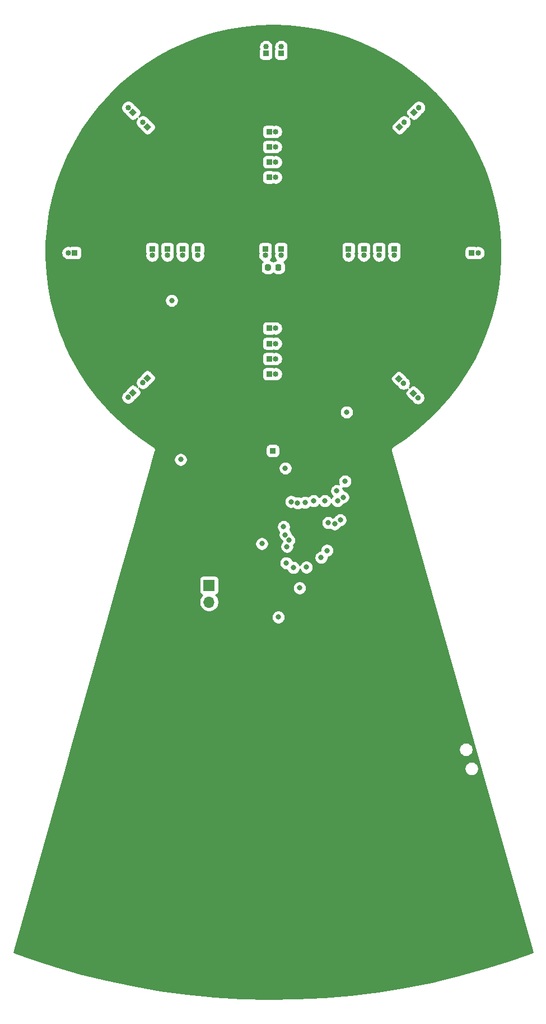
<source format=gbr>
G04 #@! TF.GenerationSoftware,KiCad,Pcbnew,(5.1.6-0)*
G04 #@! TF.CreationDate,2021-01-08T20:23:25+00:00*
G04 #@! TF.ProjectId,XMAS_Star_21,584d4153-5f53-4746-9172-5f32312e6b69,rev?*
G04 #@! TF.SameCoordinates,Original*
G04 #@! TF.FileFunction,Copper,L4,Bot*
G04 #@! TF.FilePolarity,Positive*
%FSLAX46Y46*%
G04 Gerber Fmt 4.6, Leading zero omitted, Abs format (unit mm)*
G04 Created by KiCad (PCBNEW (5.1.6-0)) date 2021-01-08 20:23:25*
%MOMM*%
%LPD*%
G01*
G04 APERTURE LIST*
G04 #@! TA.AperFunction,ComponentPad*
%ADD10O,1.700000X1.700000*%
G04 #@! TD*
G04 #@! TA.AperFunction,ComponentPad*
%ADD11R,1.700000X1.700000*%
G04 #@! TD*
G04 #@! TA.AperFunction,Conductor*
%ADD12R,2.700000X2.700000*%
G04 #@! TD*
G04 #@! TA.AperFunction,ViaPad*
%ADD13C,0.500000*%
G04 #@! TD*
G04 #@! TA.AperFunction,ComponentPad*
%ADD14R,0.850000X0.850000*%
G04 #@! TD*
G04 #@! TA.AperFunction,ComponentPad*
%ADD15C,0.100000*%
G04 #@! TD*
G04 #@! TA.AperFunction,ComponentPad*
%ADD16O,0.850000X0.850000*%
G04 #@! TD*
G04 #@! TA.AperFunction,ViaPad*
%ADD17C,0.800000*%
G04 #@! TD*
G04 #@! TA.AperFunction,Conductor*
%ADD18C,0.254000*%
G04 #@! TD*
G04 APERTURE END LIST*
D10*
X90300000Y-135280000D03*
X90300000Y-132740000D03*
D11*
X90300000Y-130200000D03*
D12*
X105830000Y-122710000D03*
D13*
X104730000Y-121610000D03*
X105830000Y-121610000D03*
X106930000Y-121610000D03*
X104730000Y-122710000D03*
X105830000Y-122710000D03*
X106930000Y-122710000D03*
X104730000Y-123810000D03*
X105830000Y-123810000D03*
X106930000Y-123810000D03*
D14*
X99940000Y-109900000D03*
G04 #@! TA.AperFunction,ComponentPad*
G36*
G01*
X78393413Y-57792373D02*
X78393413Y-57792373D01*
G75*
G02*
X78393413Y-58393413I-300520J-300520D01*
G01*
X78393413Y-58393413D01*
G75*
G02*
X77792373Y-58393413I-300520J300520D01*
G01*
X77792373Y-58393413D01*
G75*
G02*
X77792373Y-57792373I300520J300520D01*
G01*
X77792373Y-57792373D01*
G75*
G02*
X78393413Y-57792373I300520J-300520D01*
G01*
G37*
G04 #@! TD.AperFunction*
G04 #@! TA.AperFunction,ComponentPad*
D15*
G36*
X78800000Y-58198959D02*
G01*
X79401041Y-58800000D01*
X78800000Y-59401041D01*
X78198959Y-58800000D01*
X78800000Y-58198959D01*
G37*
G04 #@! TD.AperFunction*
G04 #@! TA.AperFunction,ComponentPad*
G36*
G01*
X122307627Y-58393413D02*
X122307627Y-58393413D01*
G75*
G02*
X121706587Y-58393413I-300520J300520D01*
G01*
X121706587Y-58393413D01*
G75*
G02*
X121706587Y-57792373I300520J300520D01*
G01*
X121706587Y-57792373D01*
G75*
G02*
X122307627Y-57792373I300520J-300520D01*
G01*
X122307627Y-57792373D01*
G75*
G02*
X122307627Y-58393413I-300520J-300520D01*
G01*
G37*
G04 #@! TD.AperFunction*
G04 #@! TA.AperFunction,ComponentPad*
G36*
X121901041Y-58800000D02*
G01*
X121300000Y-59401041D01*
X120698959Y-58800000D01*
X121300000Y-58198959D01*
X121901041Y-58800000D01*
G37*
G04 #@! TD.AperFunction*
G04 #@! TA.AperFunction,ComponentPad*
G36*
G01*
X121606587Y-102207627D02*
X121606587Y-102207627D01*
G75*
G02*
X121606587Y-101606587I300520J300520D01*
G01*
X121606587Y-101606587D01*
G75*
G02*
X122207627Y-101606587I300520J-300520D01*
G01*
X122207627Y-101606587D01*
G75*
G02*
X122207627Y-102207627I-300520J-300520D01*
G01*
X122207627Y-102207627D01*
G75*
G02*
X121606587Y-102207627I-300520J300520D01*
G01*
G37*
G04 #@! TD.AperFunction*
G04 #@! TA.AperFunction,ComponentPad*
G36*
X121200000Y-101801041D02*
G01*
X120598959Y-101200000D01*
X121200000Y-100598959D01*
X121801041Y-101200000D01*
X121200000Y-101801041D01*
G37*
G04 #@! TD.AperFunction*
G04 #@! TA.AperFunction,ComponentPad*
G36*
G01*
X77792373Y-101506587D02*
X77792373Y-101506587D01*
G75*
G02*
X78393413Y-101506587I300520J-300520D01*
G01*
X78393413Y-101506587D01*
G75*
G02*
X78393413Y-102107627I-300520J-300520D01*
G01*
X78393413Y-102107627D01*
G75*
G02*
X77792373Y-102107627I-300520J300520D01*
G01*
X77792373Y-102107627D01*
G75*
G02*
X77792373Y-101506587I300520J300520D01*
G01*
G37*
G04 #@! TD.AperFunction*
G04 #@! TA.AperFunction,ComponentPad*
G36*
X78198959Y-101100000D02*
G01*
X78800000Y-100498959D01*
X79401041Y-101100000D01*
X78800000Y-101701041D01*
X78198959Y-101100000D01*
G37*
G04 #@! TD.AperFunction*
G04 #@! TA.AperFunction,SMDPad,CuDef*
G36*
G01*
X99650000Y-81963750D02*
X99650000Y-82476250D01*
G75*
G02*
X99431250Y-82695000I-218750J0D01*
G01*
X98993750Y-82695000D01*
G75*
G02*
X98775000Y-82476250I0J218750D01*
G01*
X98775000Y-81963750D01*
G75*
G02*
X98993750Y-81745000I218750J0D01*
G01*
X99431250Y-81745000D01*
G75*
G02*
X99650000Y-81963750I0J-218750D01*
G01*
G37*
G04 #@! TD.AperFunction*
G04 #@! TA.AperFunction,SMDPad,CuDef*
G36*
G01*
X101225000Y-81963750D02*
X101225000Y-82476250D01*
G75*
G02*
X101006250Y-82695000I-218750J0D01*
G01*
X100568750Y-82695000D01*
G75*
G02*
X100350000Y-82476250I0J218750D01*
G01*
X100350000Y-81963750D01*
G75*
G02*
X100568750Y-81745000I218750J0D01*
G01*
X101006250Y-81745000D01*
G75*
G02*
X101225000Y-81963750I0J-218750D01*
G01*
G37*
G04 #@! TD.AperFunction*
D16*
X100400000Y-91400000D03*
D14*
X99400000Y-91400000D03*
D16*
X100400000Y-68600000D03*
D14*
X99400000Y-68600000D03*
D16*
X100400000Y-61700000D03*
D14*
X99400000Y-61700000D03*
D16*
X100400000Y-98300000D03*
D14*
X99400000Y-98300000D03*
G04 #@! TA.AperFunction,ComponentPad*
G36*
G01*
X119406587Y-100007627D02*
X119406587Y-100007627D01*
G75*
G02*
X119406587Y-99406587I300520J300520D01*
G01*
X119406587Y-99406587D01*
G75*
G02*
X120007627Y-99406587I300520J-300520D01*
G01*
X120007627Y-99406587D01*
G75*
G02*
X120007627Y-100007627I-300520J-300520D01*
G01*
X120007627Y-100007627D01*
G75*
G02*
X119406587Y-100007627I-300520J300520D01*
G01*
G37*
G04 #@! TD.AperFunction*
G04 #@! TA.AperFunction,ComponentPad*
D15*
G36*
X119000000Y-99601041D02*
G01*
X118398959Y-99000000D01*
X119000000Y-98398959D01*
X119601041Y-99000000D01*
X119000000Y-99601041D01*
G37*
G04 #@! TD.AperFunction*
G04 #@! TA.AperFunction,ComponentPad*
G36*
G01*
X80593413Y-59992373D02*
X80593413Y-59992373D01*
G75*
G02*
X80593413Y-60593413I-300520J-300520D01*
G01*
X80593413Y-60593413D01*
G75*
G02*
X79992373Y-60593413I-300520J300520D01*
G01*
X79992373Y-60593413D01*
G75*
G02*
X79992373Y-59992373I300520J300520D01*
G01*
X79992373Y-59992373D01*
G75*
G02*
X80593413Y-59992373I300520J-300520D01*
G01*
G37*
G04 #@! TD.AperFunction*
G04 #@! TA.AperFunction,ComponentPad*
G36*
X81000000Y-60398959D02*
G01*
X81601041Y-61000000D01*
X81000000Y-61601041D01*
X80398959Y-61000000D01*
X81000000Y-60398959D01*
G37*
G04 #@! TD.AperFunction*
G04 #@! TA.AperFunction,ComponentPad*
G36*
G01*
X120107627Y-60593413D02*
X120107627Y-60593413D01*
G75*
G02*
X119506587Y-60593413I-300520J300520D01*
G01*
X119506587Y-60593413D01*
G75*
G02*
X119506587Y-59992373I300520J300520D01*
G01*
X119506587Y-59992373D01*
G75*
G02*
X120107627Y-59992373I300520J-300520D01*
G01*
X120107627Y-59992373D01*
G75*
G02*
X120107627Y-60593413I-300520J-300520D01*
G01*
G37*
G04 #@! TD.AperFunction*
G04 #@! TA.AperFunction,ComponentPad*
G36*
X119701041Y-61000000D02*
G01*
X119100000Y-61601041D01*
X118498959Y-61000000D01*
X119100000Y-60398959D01*
X119701041Y-61000000D01*
G37*
G04 #@! TD.AperFunction*
G04 #@! TA.AperFunction,ComponentPad*
G36*
G01*
X79992373Y-99306587D02*
X79992373Y-99306587D01*
G75*
G02*
X80593413Y-99306587I300520J-300520D01*
G01*
X80593413Y-99306587D01*
G75*
G02*
X80593413Y-99907627I-300520J-300520D01*
G01*
X80593413Y-99907627D01*
G75*
G02*
X79992373Y-99907627I-300520J300520D01*
G01*
X79992373Y-99907627D01*
G75*
G02*
X79992373Y-99306587I300520J300520D01*
G01*
G37*
G04 #@! TD.AperFunction*
G04 #@! TA.AperFunction,ComponentPad*
G36*
X80398959Y-98900000D02*
G01*
X81000000Y-98298959D01*
X81601041Y-98900000D01*
X81000000Y-99501041D01*
X80398959Y-98900000D01*
G37*
G04 #@! TD.AperFunction*
D16*
X111400000Y-80400000D03*
D14*
X111400000Y-79400000D03*
D16*
X88600000Y-80400000D03*
D14*
X88600000Y-79400000D03*
D16*
X81700000Y-80400000D03*
D14*
X81700000Y-79400000D03*
D16*
X118300000Y-80400000D03*
D14*
X118300000Y-79400000D03*
X99400000Y-93700000D03*
D16*
X100400000Y-93700000D03*
D14*
X99400000Y-66300000D03*
D16*
X100400000Y-66300000D03*
D14*
X99400000Y-64000000D03*
D16*
X100400000Y-64000000D03*
D14*
X99400000Y-96000000D03*
D16*
X100400000Y-96000000D03*
X113700000Y-80400000D03*
D14*
X113700000Y-79400000D03*
D16*
X86300000Y-80400000D03*
D14*
X86300000Y-79400000D03*
D16*
X84000000Y-80400000D03*
D14*
X84000000Y-79400000D03*
D16*
X116000000Y-80400000D03*
D14*
X116000000Y-79400000D03*
D16*
X98900000Y-48900000D03*
D14*
X98900000Y-49900000D03*
D16*
X101200000Y-48900000D03*
D14*
X101200000Y-49900000D03*
D16*
X131000000Y-80000000D03*
D14*
X130000000Y-80000000D03*
D16*
X69000000Y-80000000D03*
D14*
X70000000Y-80000000D03*
D16*
X101200000Y-80400000D03*
D14*
X101200000Y-79400000D03*
D16*
X98800000Y-80400000D03*
D14*
X98800000Y-79400000D03*
D17*
X84662336Y-87205933D03*
X110148426Y-120343369D03*
X109313264Y-120958599D03*
X107830427Y-117454957D03*
X104000000Y-130600000D03*
X99250000Y-82210000D03*
X105025000Y-127475000D03*
X100787500Y-135000000D03*
X108145000Y-124955000D03*
X98300000Y-123912500D03*
X86025000Y-111215000D03*
X104825963Y-117707262D03*
X108332604Y-120762820D03*
X106103588Y-117454957D03*
X103704067Y-117803838D03*
X102727241Y-117589748D03*
X111110000Y-104050000D03*
X110867413Y-114492587D03*
X97640000Y-111450000D03*
X97680000Y-191100000D03*
X126780000Y-183130000D03*
X99212500Y-135000000D03*
X99510000Y-128960000D03*
X127780000Y-183130000D03*
X126780000Y-184130000D03*
X127780000Y-184130000D03*
X126780000Y-185130000D03*
X127780000Y-185130000D03*
X129930000Y-186025000D03*
X132130000Y-185705000D03*
X98680000Y-191100000D03*
X99680000Y-191100000D03*
X100680000Y-191100000D03*
X101680000Y-191100000D03*
X102680000Y-191100000D03*
X100510000Y-128960000D03*
X99510000Y-129960000D03*
X100510000Y-129960000D03*
X100890000Y-114720000D03*
X97652500Y-114512500D03*
X97652500Y-117067500D03*
X128354806Y-150665739D03*
X128112882Y-149695444D03*
X127870961Y-148725148D03*
X127629039Y-147754852D03*
X127387118Y-146784556D03*
X127145194Y-145814261D03*
X126854806Y-144775739D03*
X126612882Y-143805444D03*
X126370961Y-142835148D03*
X125887118Y-140894556D03*
X126129039Y-141864852D03*
X131737118Y-162534556D03*
X132462882Y-165445444D03*
X131979039Y-163504852D03*
X132704806Y-166415739D03*
X132220961Y-164475148D03*
X131495194Y-161564261D03*
X133972882Y-171325444D03*
X133730961Y-170355148D03*
X133005194Y-167444261D03*
X134214806Y-172295739D03*
X133489039Y-169384852D03*
X133247118Y-168414556D03*
X129930000Y-183485000D03*
X103680000Y-191100000D03*
X104680000Y-191100000D03*
X105680000Y-191100000D03*
X106680000Y-191100000D03*
X107680000Y-191100000D03*
X108680000Y-191100000D03*
X109680000Y-191100000D03*
X110680000Y-191100000D03*
X111680000Y-191100000D03*
X112680000Y-191100000D03*
X96680000Y-191100000D03*
X95680000Y-191100000D03*
X94680000Y-191100000D03*
X93680000Y-191100000D03*
X92680000Y-191100000D03*
X91680000Y-191100000D03*
X90680000Y-191100000D03*
X89680000Y-191100000D03*
X88680000Y-191100000D03*
X87680000Y-191100000D03*
X135192882Y-176215444D03*
X135434806Y-177185739D03*
X136190961Y-180125148D03*
X136432882Y-181095444D03*
X135707118Y-178184556D03*
X136674806Y-182065739D03*
X135949039Y-179154852D03*
X136947118Y-183124556D03*
X137189039Y-184094852D03*
X137430961Y-185065148D03*
X104300000Y-114700000D03*
X106575000Y-127470000D03*
X109622578Y-115941979D03*
X110571367Y-116911250D03*
X109732088Y-117454957D03*
X101835010Y-122571003D03*
X102378105Y-123410689D03*
X102083542Y-124366333D03*
X100787500Y-82220000D03*
X101590000Y-121360000D03*
X103050000Y-127530000D03*
X101840000Y-112520000D03*
X107250000Y-126010000D03*
X101988436Y-126845030D03*
D18*
G36*
X102276611Y-45729257D02*
G01*
X104542867Y-45955483D01*
X106789125Y-46331401D01*
X109005560Y-46855367D01*
X111182388Y-47525072D01*
X113310041Y-48337568D01*
X115379166Y-49289285D01*
X117380676Y-50376043D01*
X119305762Y-51593058D01*
X121145948Y-52934973D01*
X122893164Y-54395902D01*
X124539716Y-55969414D01*
X126078371Y-57648594D01*
X127502350Y-59426047D01*
X128805402Y-61293970D01*
X129981797Y-63244148D01*
X131026356Y-65267992D01*
X131934486Y-67356608D01*
X132702208Y-69500842D01*
X133326132Y-71691227D01*
X133803517Y-73918139D01*
X134132268Y-76171803D01*
X134310936Y-78442297D01*
X134338737Y-80719643D01*
X134215548Y-82993827D01*
X133941912Y-85254843D01*
X133519032Y-87492746D01*
X132948765Y-89697714D01*
X132233618Y-91860044D01*
X131376744Y-93970207D01*
X130381901Y-96018954D01*
X129253468Y-97997260D01*
X127996408Y-99896429D01*
X126616230Y-101708134D01*
X125119036Y-103424363D01*
X123511387Y-105037600D01*
X121800363Y-106540741D01*
X119993467Y-107927193D01*
X118088720Y-109197628D01*
X118039134Y-109229409D01*
X117945467Y-109319567D01*
X117871188Y-109426268D01*
X117819153Y-109545409D01*
X117791361Y-109672412D01*
X117788879Y-109802395D01*
X117806061Y-109898302D01*
X139197031Y-185585609D01*
X135878657Y-186768823D01*
X131942113Y-188011855D01*
X127962726Y-189109787D01*
X123945771Y-190061163D01*
X119896627Y-190864709D01*
X115820754Y-191519340D01*
X111723668Y-192024173D01*
X107610796Y-192378537D01*
X103487728Y-192581950D01*
X99359978Y-192634142D01*
X95233055Y-192535042D01*
X91112554Y-192284785D01*
X87004002Y-191883706D01*
X82912882Y-191332340D01*
X78844742Y-190631436D01*
X74805001Y-189781928D01*
X70799100Y-188784958D01*
X66832434Y-187641871D01*
X62908553Y-186353617D01*
X60802039Y-185588990D01*
X68664349Y-157774069D01*
X128905672Y-157774069D01*
X128905672Y-157987795D01*
X128947368Y-158197415D01*
X129029157Y-158394872D01*
X129147897Y-158572579D01*
X129299025Y-158723707D01*
X129476732Y-158842447D01*
X129674189Y-158924236D01*
X129883809Y-158965932D01*
X130097535Y-158965932D01*
X130307155Y-158924236D01*
X130504612Y-158842447D01*
X130682319Y-158723707D01*
X130833447Y-158572579D01*
X130952187Y-158394872D01*
X131033976Y-158197415D01*
X131075672Y-157987795D01*
X131075672Y-157774069D01*
X131033976Y-157564449D01*
X130952187Y-157366992D01*
X130833447Y-157189285D01*
X130682319Y-157038157D01*
X130504612Y-156919417D01*
X130307155Y-156837628D01*
X130097535Y-156795932D01*
X129883809Y-156795932D01*
X129674189Y-156837628D01*
X129476732Y-156919417D01*
X129299025Y-157038157D01*
X129147897Y-157189285D01*
X129029157Y-157366992D01*
X128947368Y-157564449D01*
X128905672Y-157774069D01*
X68664349Y-157774069D01*
X69479495Y-154890284D01*
X128078760Y-154890284D01*
X128078760Y-155104010D01*
X128120456Y-155313630D01*
X128202245Y-155511087D01*
X128320985Y-155688794D01*
X128472113Y-155839922D01*
X128649820Y-155958662D01*
X128847277Y-156040451D01*
X129056897Y-156082147D01*
X129270623Y-156082147D01*
X129480243Y-156040451D01*
X129677700Y-155958662D01*
X129855407Y-155839922D01*
X130006535Y-155688794D01*
X130125275Y-155511087D01*
X130207064Y-155313630D01*
X130248760Y-155104010D01*
X130248760Y-154890284D01*
X130207064Y-154680664D01*
X130125275Y-154483207D01*
X130006535Y-154305500D01*
X129855407Y-154154372D01*
X129677700Y-154035632D01*
X129480243Y-153953843D01*
X129270623Y-153912147D01*
X129056897Y-153912147D01*
X128847277Y-153953843D01*
X128649820Y-154035632D01*
X128472113Y-154154372D01*
X128320985Y-154305500D01*
X128202245Y-154483207D01*
X128120456Y-154680664D01*
X128078760Y-154890284D01*
X69479495Y-154890284D01*
X75130602Y-134898061D01*
X99752500Y-134898061D01*
X99752500Y-135101939D01*
X99792274Y-135301898D01*
X99870295Y-135490256D01*
X99983563Y-135659774D01*
X100127726Y-135803937D01*
X100297244Y-135917205D01*
X100485602Y-135995226D01*
X100685561Y-136035000D01*
X100889439Y-136035000D01*
X101089398Y-135995226D01*
X101277756Y-135917205D01*
X101447274Y-135803937D01*
X101591437Y-135659774D01*
X101704705Y-135490256D01*
X101782726Y-135301898D01*
X101822500Y-135101939D01*
X101822500Y-134898061D01*
X101782726Y-134698102D01*
X101704705Y-134509744D01*
X101591437Y-134340226D01*
X101447274Y-134196063D01*
X101277756Y-134082795D01*
X101089398Y-134004774D01*
X100889439Y-133965000D01*
X100685561Y-133965000D01*
X100485602Y-134004774D01*
X100297244Y-134082795D01*
X100127726Y-134196063D01*
X99983563Y-134340226D01*
X99870295Y-134509744D01*
X99792274Y-134698102D01*
X99752500Y-134898061D01*
X75130602Y-134898061D01*
X76698847Y-129350000D01*
X88811928Y-129350000D01*
X88811928Y-131050000D01*
X88824188Y-131174482D01*
X88860498Y-131294180D01*
X88919463Y-131404494D01*
X88998815Y-131501185D01*
X89095506Y-131580537D01*
X89205820Y-131639502D01*
X89278380Y-131661513D01*
X89146525Y-131793368D01*
X88984010Y-132036589D01*
X88872068Y-132306842D01*
X88815000Y-132593740D01*
X88815000Y-132886260D01*
X88872068Y-133173158D01*
X88984010Y-133443411D01*
X89146525Y-133686632D01*
X89353368Y-133893475D01*
X89596589Y-134055990D01*
X89866842Y-134167932D01*
X90153740Y-134225000D01*
X90446260Y-134225000D01*
X90733158Y-134167932D01*
X91003411Y-134055990D01*
X91246632Y-133893475D01*
X91453475Y-133686632D01*
X91615990Y-133443411D01*
X91727932Y-133173158D01*
X91785000Y-132886260D01*
X91785000Y-132593740D01*
X91727932Y-132306842D01*
X91615990Y-132036589D01*
X91453475Y-131793368D01*
X91321620Y-131661513D01*
X91394180Y-131639502D01*
X91504494Y-131580537D01*
X91601185Y-131501185D01*
X91680537Y-131404494D01*
X91739502Y-131294180D01*
X91775812Y-131174482D01*
X91788072Y-131050000D01*
X91788072Y-130498061D01*
X102965000Y-130498061D01*
X102965000Y-130701939D01*
X103004774Y-130901898D01*
X103082795Y-131090256D01*
X103196063Y-131259774D01*
X103340226Y-131403937D01*
X103509744Y-131517205D01*
X103698102Y-131595226D01*
X103898061Y-131635000D01*
X104101939Y-131635000D01*
X104301898Y-131595226D01*
X104490256Y-131517205D01*
X104659774Y-131403937D01*
X104803937Y-131259774D01*
X104917205Y-131090256D01*
X104995226Y-130901898D01*
X105035000Y-130701939D01*
X105035000Y-130498061D01*
X104995226Y-130298102D01*
X104917205Y-130109744D01*
X104803937Y-129940226D01*
X104659774Y-129796063D01*
X104490256Y-129682795D01*
X104301898Y-129604774D01*
X104101939Y-129565000D01*
X103898061Y-129565000D01*
X103698102Y-129604774D01*
X103509744Y-129682795D01*
X103340226Y-129796063D01*
X103196063Y-129940226D01*
X103082795Y-130109744D01*
X103004774Y-130298102D01*
X102965000Y-130498061D01*
X91788072Y-130498061D01*
X91788072Y-129350000D01*
X91775812Y-129225518D01*
X91739502Y-129105820D01*
X91680537Y-128995506D01*
X91601185Y-128898815D01*
X91504494Y-128819463D01*
X91394180Y-128760498D01*
X91274482Y-128724188D01*
X91150000Y-128711928D01*
X89450000Y-128711928D01*
X89325518Y-128724188D01*
X89205820Y-128760498D01*
X89095506Y-128819463D01*
X88998815Y-128898815D01*
X88919463Y-128995506D01*
X88860498Y-129105820D01*
X88824188Y-129225518D01*
X88811928Y-129350000D01*
X76698847Y-129350000D01*
X77435729Y-126743091D01*
X100953436Y-126743091D01*
X100953436Y-126946969D01*
X100993210Y-127146928D01*
X101071231Y-127335286D01*
X101184499Y-127504804D01*
X101328662Y-127648967D01*
X101498180Y-127762235D01*
X101686538Y-127840256D01*
X101886497Y-127880030D01*
X102074711Y-127880030D01*
X102132795Y-128020256D01*
X102246063Y-128189774D01*
X102390226Y-128333937D01*
X102559744Y-128447205D01*
X102748102Y-128525226D01*
X102948061Y-128565000D01*
X103151939Y-128565000D01*
X103351898Y-128525226D01*
X103540256Y-128447205D01*
X103709774Y-128333937D01*
X103853937Y-128189774D01*
X103967205Y-128020256D01*
X104045226Y-127831898D01*
X104047604Y-127819943D01*
X104107795Y-127965256D01*
X104221063Y-128134774D01*
X104365226Y-128278937D01*
X104534744Y-128392205D01*
X104723102Y-128470226D01*
X104923061Y-128510000D01*
X105126939Y-128510000D01*
X105326898Y-128470226D01*
X105515256Y-128392205D01*
X105684774Y-128278937D01*
X105828937Y-128134774D01*
X105942205Y-127965256D01*
X106020226Y-127776898D01*
X106060000Y-127576939D01*
X106060000Y-127373061D01*
X106020226Y-127173102D01*
X105942205Y-126984744D01*
X105828937Y-126815226D01*
X105684774Y-126671063D01*
X105515256Y-126557795D01*
X105326898Y-126479774D01*
X105126939Y-126440000D01*
X104923061Y-126440000D01*
X104723102Y-126479774D01*
X104534744Y-126557795D01*
X104365226Y-126671063D01*
X104221063Y-126815226D01*
X104107795Y-126984744D01*
X104029774Y-127173102D01*
X104027396Y-127185057D01*
X103967205Y-127039744D01*
X103853937Y-126870226D01*
X103709774Y-126726063D01*
X103540256Y-126612795D01*
X103351898Y-126534774D01*
X103151939Y-126495000D01*
X102963725Y-126495000D01*
X102905641Y-126354774D01*
X102792373Y-126185256D01*
X102648210Y-126041093D01*
X102478692Y-125927825D01*
X102430978Y-125908061D01*
X106215000Y-125908061D01*
X106215000Y-126111939D01*
X106254774Y-126311898D01*
X106332795Y-126500256D01*
X106446063Y-126669774D01*
X106590226Y-126813937D01*
X106759744Y-126927205D01*
X106948102Y-127005226D01*
X107148061Y-127045000D01*
X107351939Y-127045000D01*
X107551898Y-127005226D01*
X107740256Y-126927205D01*
X107909774Y-126813937D01*
X108053937Y-126669774D01*
X108167205Y-126500256D01*
X108245226Y-126311898D01*
X108285000Y-126111939D01*
X108285000Y-125982429D01*
X108446898Y-125950226D01*
X108635256Y-125872205D01*
X108804774Y-125758937D01*
X108948937Y-125614774D01*
X109062205Y-125445256D01*
X109140226Y-125256898D01*
X109180000Y-125056939D01*
X109180000Y-124853061D01*
X109140226Y-124653102D01*
X109062205Y-124464744D01*
X108948937Y-124295226D01*
X108804774Y-124151063D01*
X108635256Y-124037795D01*
X108446898Y-123959774D01*
X108246939Y-123920000D01*
X108043061Y-123920000D01*
X107843102Y-123959774D01*
X107654744Y-124037795D01*
X107485226Y-124151063D01*
X107341063Y-124295226D01*
X107227795Y-124464744D01*
X107149774Y-124653102D01*
X107110000Y-124853061D01*
X107110000Y-124982571D01*
X106948102Y-125014774D01*
X106759744Y-125092795D01*
X106590226Y-125206063D01*
X106446063Y-125350226D01*
X106332795Y-125519744D01*
X106254774Y-125708102D01*
X106215000Y-125908061D01*
X102430978Y-125908061D01*
X102290334Y-125849804D01*
X102090375Y-125810030D01*
X101886497Y-125810030D01*
X101686538Y-125849804D01*
X101498180Y-125927825D01*
X101328662Y-126041093D01*
X101184499Y-126185256D01*
X101071231Y-126354774D01*
X100993210Y-126543132D01*
X100953436Y-126743091D01*
X77435729Y-126743091D01*
X78264653Y-123810561D01*
X97265000Y-123810561D01*
X97265000Y-124014439D01*
X97304774Y-124214398D01*
X97382795Y-124402756D01*
X97496063Y-124572274D01*
X97640226Y-124716437D01*
X97809744Y-124829705D01*
X97998102Y-124907726D01*
X98198061Y-124947500D01*
X98401939Y-124947500D01*
X98601898Y-124907726D01*
X98790256Y-124829705D01*
X98959774Y-124716437D01*
X99103937Y-124572274D01*
X99217205Y-124402756D01*
X99295226Y-124214398D01*
X99335000Y-124014439D01*
X99335000Y-123810561D01*
X99295226Y-123610602D01*
X99217205Y-123422244D01*
X99103937Y-123252726D01*
X98959774Y-123108563D01*
X98790256Y-122995295D01*
X98601898Y-122917274D01*
X98401939Y-122877500D01*
X98198061Y-122877500D01*
X97998102Y-122917274D01*
X97809744Y-122995295D01*
X97640226Y-123108563D01*
X97496063Y-123252726D01*
X97382795Y-123422244D01*
X97304774Y-123610602D01*
X97265000Y-123810561D01*
X78264653Y-123810561D01*
X78986156Y-121258061D01*
X100555000Y-121258061D01*
X100555000Y-121461939D01*
X100594774Y-121661898D01*
X100672795Y-121850256D01*
X100786063Y-122019774D01*
X100897077Y-122130788D01*
X100839784Y-122269105D01*
X100800010Y-122469064D01*
X100800010Y-122672942D01*
X100839784Y-122872901D01*
X100917805Y-123061259D01*
X101031073Y-123230777D01*
X101175236Y-123374940D01*
X101343105Y-123487106D01*
X101343105Y-123512628D01*
X101364745Y-123621419D01*
X101279605Y-123706559D01*
X101166337Y-123876077D01*
X101088316Y-124064435D01*
X101048542Y-124264394D01*
X101048542Y-124468272D01*
X101088316Y-124668231D01*
X101166337Y-124856589D01*
X101279605Y-125026107D01*
X101423768Y-125170270D01*
X101593286Y-125283538D01*
X101781644Y-125361559D01*
X101981603Y-125401333D01*
X102185481Y-125401333D01*
X102385440Y-125361559D01*
X102573798Y-125283538D01*
X102743316Y-125170270D01*
X102887479Y-125026107D01*
X103000747Y-124856589D01*
X103078768Y-124668231D01*
X103118542Y-124468272D01*
X103118542Y-124264394D01*
X103096902Y-124155603D01*
X103182042Y-124070463D01*
X103295310Y-123900945D01*
X103373331Y-123712587D01*
X103413105Y-123512628D01*
X103413105Y-123308750D01*
X103373331Y-123108791D01*
X103295310Y-122920433D01*
X103182042Y-122750915D01*
X103037879Y-122606752D01*
X102870010Y-122494586D01*
X102870010Y-122469064D01*
X102830236Y-122269105D01*
X102752215Y-122080747D01*
X102638947Y-121911229D01*
X102527933Y-121800215D01*
X102585226Y-121661898D01*
X102625000Y-121461939D01*
X102625000Y-121258061D01*
X102585226Y-121058102D01*
X102507205Y-120869744D01*
X102393937Y-120700226D01*
X102354592Y-120660881D01*
X107297604Y-120660881D01*
X107297604Y-120864759D01*
X107337378Y-121064718D01*
X107415399Y-121253076D01*
X107528667Y-121422594D01*
X107672830Y-121566757D01*
X107842348Y-121680025D01*
X108030706Y-121758046D01*
X108230665Y-121797820D01*
X108434543Y-121797820D01*
X108634502Y-121758046D01*
X108644754Y-121753800D01*
X108653490Y-121762536D01*
X108823008Y-121875804D01*
X109011366Y-121953825D01*
X109211325Y-121993599D01*
X109415203Y-121993599D01*
X109615162Y-121953825D01*
X109803520Y-121875804D01*
X109973038Y-121762536D01*
X110117201Y-121618373D01*
X110230469Y-121448855D01*
X110260501Y-121376353D01*
X110450324Y-121338595D01*
X110638682Y-121260574D01*
X110808200Y-121147306D01*
X110952363Y-121003143D01*
X111065631Y-120833625D01*
X111143652Y-120645267D01*
X111183426Y-120445308D01*
X111183426Y-120241430D01*
X111143652Y-120041471D01*
X111065631Y-119853113D01*
X110952363Y-119683595D01*
X110808200Y-119539432D01*
X110638682Y-119426164D01*
X110450324Y-119348143D01*
X110250365Y-119308369D01*
X110046487Y-119308369D01*
X109846528Y-119348143D01*
X109658170Y-119426164D01*
X109488652Y-119539432D01*
X109344489Y-119683595D01*
X109231221Y-119853113D01*
X109201189Y-119925615D01*
X109011366Y-119963373D01*
X109001114Y-119967619D01*
X108992378Y-119958883D01*
X108822860Y-119845615D01*
X108634502Y-119767594D01*
X108434543Y-119727820D01*
X108230665Y-119727820D01*
X108030706Y-119767594D01*
X107842348Y-119845615D01*
X107672830Y-119958883D01*
X107528667Y-120103046D01*
X107415399Y-120272564D01*
X107337378Y-120460922D01*
X107297604Y-120660881D01*
X102354592Y-120660881D01*
X102249774Y-120556063D01*
X102080256Y-120442795D01*
X101891898Y-120364774D01*
X101691939Y-120325000D01*
X101488061Y-120325000D01*
X101288102Y-120364774D01*
X101099744Y-120442795D01*
X100930226Y-120556063D01*
X100786063Y-120700226D01*
X100672795Y-120869744D01*
X100594774Y-121058102D01*
X100555000Y-121258061D01*
X78986156Y-121258061D01*
X80051875Y-117487809D01*
X101692241Y-117487809D01*
X101692241Y-117691687D01*
X101732015Y-117891646D01*
X101810036Y-118080004D01*
X101923304Y-118249522D01*
X102067467Y-118393685D01*
X102236985Y-118506953D01*
X102425343Y-118584974D01*
X102625302Y-118624748D01*
X102829180Y-118624748D01*
X103022761Y-118586243D01*
X103044293Y-118607775D01*
X103213811Y-118721043D01*
X103402169Y-118799064D01*
X103602128Y-118838838D01*
X103806006Y-118838838D01*
X104005965Y-118799064D01*
X104194323Y-118721043D01*
X104337653Y-118625273D01*
X104524065Y-118702488D01*
X104724024Y-118742262D01*
X104927902Y-118742262D01*
X105127861Y-118702488D01*
X105316219Y-118624467D01*
X105485737Y-118511199D01*
X105621423Y-118375513D01*
X105801690Y-118450183D01*
X106001649Y-118489957D01*
X106205527Y-118489957D01*
X106405486Y-118450183D01*
X106593844Y-118372162D01*
X106763362Y-118258894D01*
X106907525Y-118114731D01*
X106967008Y-118025709D01*
X107026490Y-118114731D01*
X107170653Y-118258894D01*
X107340171Y-118372162D01*
X107528529Y-118450183D01*
X107728488Y-118489957D01*
X107932366Y-118489957D01*
X108132325Y-118450183D01*
X108320683Y-118372162D01*
X108490201Y-118258894D01*
X108634364Y-118114731D01*
X108747632Y-117945213D01*
X108781258Y-117864034D01*
X108814883Y-117945213D01*
X108928151Y-118114731D01*
X109072314Y-118258894D01*
X109241832Y-118372162D01*
X109430190Y-118450183D01*
X109630149Y-118489957D01*
X109834027Y-118489957D01*
X110033986Y-118450183D01*
X110222344Y-118372162D01*
X110391862Y-118258894D01*
X110536025Y-118114731D01*
X110648600Y-117946250D01*
X110673306Y-117946250D01*
X110873265Y-117906476D01*
X111061623Y-117828455D01*
X111231141Y-117715187D01*
X111375304Y-117571024D01*
X111488572Y-117401506D01*
X111566593Y-117213148D01*
X111606367Y-117013189D01*
X111606367Y-116809311D01*
X111566593Y-116609352D01*
X111488572Y-116420994D01*
X111375304Y-116251476D01*
X111231141Y-116107313D01*
X111061623Y-115994045D01*
X110873265Y-115916024D01*
X110673306Y-115876250D01*
X110657578Y-115876250D01*
X110657578Y-115840040D01*
X110617804Y-115640081D01*
X110552499Y-115482421D01*
X110565515Y-115487813D01*
X110765474Y-115527587D01*
X110969352Y-115527587D01*
X111169311Y-115487813D01*
X111357669Y-115409792D01*
X111527187Y-115296524D01*
X111671350Y-115152361D01*
X111784618Y-114982843D01*
X111862639Y-114794485D01*
X111902413Y-114594526D01*
X111902413Y-114390648D01*
X111862639Y-114190689D01*
X111784618Y-114002331D01*
X111671350Y-113832813D01*
X111527187Y-113688650D01*
X111357669Y-113575382D01*
X111169311Y-113497361D01*
X110969352Y-113457587D01*
X110765474Y-113457587D01*
X110565515Y-113497361D01*
X110377157Y-113575382D01*
X110207639Y-113688650D01*
X110063476Y-113832813D01*
X109950208Y-114002331D01*
X109872187Y-114190689D01*
X109832413Y-114390648D01*
X109832413Y-114594526D01*
X109872187Y-114794485D01*
X109937492Y-114952145D01*
X109924476Y-114946753D01*
X109724517Y-114906979D01*
X109520639Y-114906979D01*
X109320680Y-114946753D01*
X109132322Y-115024774D01*
X108962804Y-115138042D01*
X108818641Y-115282205D01*
X108705373Y-115451723D01*
X108627352Y-115640081D01*
X108587578Y-115840040D01*
X108587578Y-116043918D01*
X108627352Y-116243877D01*
X108705373Y-116432235D01*
X108818641Y-116601753D01*
X108962804Y-116745916D01*
X108971564Y-116751770D01*
X108928151Y-116795183D01*
X108814883Y-116964701D01*
X108781258Y-117045880D01*
X108747632Y-116964701D01*
X108634364Y-116795183D01*
X108490201Y-116651020D01*
X108320683Y-116537752D01*
X108132325Y-116459731D01*
X107932366Y-116419957D01*
X107728488Y-116419957D01*
X107528529Y-116459731D01*
X107340171Y-116537752D01*
X107170653Y-116651020D01*
X107026490Y-116795183D01*
X106967008Y-116884205D01*
X106907525Y-116795183D01*
X106763362Y-116651020D01*
X106593844Y-116537752D01*
X106405486Y-116459731D01*
X106205527Y-116419957D01*
X106001649Y-116419957D01*
X105801690Y-116459731D01*
X105613332Y-116537752D01*
X105443814Y-116651020D01*
X105308128Y-116786706D01*
X105127861Y-116712036D01*
X104927902Y-116672262D01*
X104724024Y-116672262D01*
X104524065Y-116712036D01*
X104335707Y-116790057D01*
X104192377Y-116885827D01*
X104005965Y-116808612D01*
X103806006Y-116768838D01*
X103602128Y-116768838D01*
X103408547Y-116807343D01*
X103387015Y-116785811D01*
X103217497Y-116672543D01*
X103029139Y-116594522D01*
X102829180Y-116554748D01*
X102625302Y-116554748D01*
X102425343Y-116594522D01*
X102236985Y-116672543D01*
X102067467Y-116785811D01*
X101923304Y-116929974D01*
X101810036Y-117099492D01*
X101732015Y-117287850D01*
X101692241Y-117487809D01*
X80051875Y-117487809D01*
X81484917Y-112418061D01*
X100805000Y-112418061D01*
X100805000Y-112621939D01*
X100844774Y-112821898D01*
X100922795Y-113010256D01*
X101036063Y-113179774D01*
X101180226Y-113323937D01*
X101349744Y-113437205D01*
X101538102Y-113515226D01*
X101738061Y-113555000D01*
X101941939Y-113555000D01*
X102141898Y-113515226D01*
X102330256Y-113437205D01*
X102499774Y-113323937D01*
X102643937Y-113179774D01*
X102757205Y-113010256D01*
X102835226Y-112821898D01*
X102875000Y-112621939D01*
X102875000Y-112418061D01*
X102835226Y-112218102D01*
X102757205Y-112029744D01*
X102643937Y-111860226D01*
X102499774Y-111716063D01*
X102330256Y-111602795D01*
X102141898Y-111524774D01*
X101941939Y-111485000D01*
X101738061Y-111485000D01*
X101538102Y-111524774D01*
X101349744Y-111602795D01*
X101180226Y-111716063D01*
X101036063Y-111860226D01*
X100922795Y-112029744D01*
X100844774Y-112218102D01*
X100805000Y-112418061D01*
X81484917Y-112418061D01*
X81853796Y-111113061D01*
X84990000Y-111113061D01*
X84990000Y-111316939D01*
X85029774Y-111516898D01*
X85107795Y-111705256D01*
X85221063Y-111874774D01*
X85365226Y-112018937D01*
X85534744Y-112132205D01*
X85723102Y-112210226D01*
X85923061Y-112250000D01*
X86126939Y-112250000D01*
X86326898Y-112210226D01*
X86515256Y-112132205D01*
X86684774Y-112018937D01*
X86828937Y-111874774D01*
X86942205Y-111705256D01*
X87020226Y-111516898D01*
X87060000Y-111316939D01*
X87060000Y-111113061D01*
X87020226Y-110913102D01*
X86942205Y-110724744D01*
X86828937Y-110555226D01*
X86684774Y-110411063D01*
X86515256Y-110297795D01*
X86326898Y-110219774D01*
X86126939Y-110180000D01*
X85923061Y-110180000D01*
X85723102Y-110219774D01*
X85534744Y-110297795D01*
X85365226Y-110411063D01*
X85221063Y-110555226D01*
X85107795Y-110724744D01*
X85029774Y-110913102D01*
X84990000Y-111113061D01*
X81853796Y-111113061D01*
X82196678Y-109900029D01*
X82213863Y-109804123D01*
X82211386Y-109674138D01*
X82183599Y-109547134D01*
X82152098Y-109475000D01*
X98876928Y-109475000D01*
X98876928Y-110325000D01*
X98889188Y-110449482D01*
X98925498Y-110569180D01*
X98984463Y-110679494D01*
X99063815Y-110776185D01*
X99160506Y-110855537D01*
X99270820Y-110914502D01*
X99390518Y-110950812D01*
X99515000Y-110963072D01*
X100365000Y-110963072D01*
X100489482Y-110950812D01*
X100609180Y-110914502D01*
X100719494Y-110855537D01*
X100816185Y-110776185D01*
X100895537Y-110679494D01*
X100954502Y-110569180D01*
X100990812Y-110449482D01*
X101003072Y-110325000D01*
X101003072Y-109475000D01*
X100990812Y-109350518D01*
X100954502Y-109230820D01*
X100895537Y-109120506D01*
X100816185Y-109023815D01*
X100719494Y-108944463D01*
X100609180Y-108885498D01*
X100489482Y-108849188D01*
X100365000Y-108836928D01*
X99515000Y-108836928D01*
X99390518Y-108849188D01*
X99270820Y-108885498D01*
X99160506Y-108944463D01*
X99063815Y-109023815D01*
X98984463Y-109120506D01*
X98925498Y-109230820D01*
X98889188Y-109350518D01*
X98876928Y-109475000D01*
X82152098Y-109475000D01*
X82131568Y-109427991D01*
X82057294Y-109321288D01*
X81963630Y-109231126D01*
X81914020Y-109199327D01*
X80005958Y-107926780D01*
X78199100Y-106540299D01*
X76488097Y-105037116D01*
X75402859Y-103948061D01*
X110075000Y-103948061D01*
X110075000Y-104151939D01*
X110114774Y-104351898D01*
X110192795Y-104540256D01*
X110306063Y-104709774D01*
X110450226Y-104853937D01*
X110619744Y-104967205D01*
X110808102Y-105045226D01*
X111008061Y-105085000D01*
X111211939Y-105085000D01*
X111411898Y-105045226D01*
X111600256Y-104967205D01*
X111769774Y-104853937D01*
X111913937Y-104709774D01*
X112027205Y-104540256D01*
X112105226Y-104351898D01*
X112145000Y-104151939D01*
X112145000Y-103948061D01*
X112105226Y-103748102D01*
X112027205Y-103559744D01*
X111913937Y-103390226D01*
X111769774Y-103246063D01*
X111600256Y-103132795D01*
X111411898Y-103054774D01*
X111211939Y-103015000D01*
X111008061Y-103015000D01*
X110808102Y-103054774D01*
X110619744Y-103132795D01*
X110450226Y-103246063D01*
X110306063Y-103390226D01*
X110192795Y-103559744D01*
X110114774Y-103748102D01*
X110075000Y-103948061D01*
X75402859Y-103948061D01*
X74880489Y-103423854D01*
X73383330Y-101707593D01*
X73379608Y-101702706D01*
X77032893Y-101702706D01*
X77032893Y-101911508D01*
X77073628Y-102116298D01*
X77153533Y-102309205D01*
X77269537Y-102482818D01*
X77417182Y-102630463D01*
X77590795Y-102746467D01*
X77783702Y-102826372D01*
X77988492Y-102867107D01*
X78197294Y-102867107D01*
X78402084Y-102826372D01*
X78594991Y-102746467D01*
X78768604Y-102630463D01*
X78916249Y-102482818D01*
X79032253Y-102309205D01*
X79039380Y-102291999D01*
X79044180Y-102290543D01*
X79154494Y-102231578D01*
X79251185Y-102152226D01*
X79852226Y-101551185D01*
X79931578Y-101454494D01*
X79990543Y-101344180D01*
X80026853Y-101224482D01*
X80039113Y-101100000D01*
X80026853Y-100975518D01*
X79990543Y-100855820D01*
X79931578Y-100745506D01*
X79852226Y-100648815D01*
X79667486Y-100464075D01*
X79790795Y-100546467D01*
X79983702Y-100626372D01*
X80188492Y-100667107D01*
X80397294Y-100667107D01*
X80602084Y-100626372D01*
X80794991Y-100546467D01*
X80968604Y-100430463D01*
X81116249Y-100282818D01*
X81232253Y-100109205D01*
X81239380Y-100091999D01*
X81244180Y-100090543D01*
X81354494Y-100031578D01*
X81451185Y-99952226D01*
X82052226Y-99351185D01*
X82131578Y-99254494D01*
X82190543Y-99144180D01*
X82226853Y-99024482D01*
X82239113Y-98900000D01*
X82226853Y-98775518D01*
X82190543Y-98655820D01*
X82131578Y-98545506D01*
X82052226Y-98448815D01*
X81478411Y-97875000D01*
X98336928Y-97875000D01*
X98336928Y-98725000D01*
X98349188Y-98849482D01*
X98385498Y-98969180D01*
X98444463Y-99079494D01*
X98523815Y-99176185D01*
X98620506Y-99255537D01*
X98730820Y-99314502D01*
X98850518Y-99350812D01*
X98975000Y-99363072D01*
X99825000Y-99363072D01*
X99949482Y-99350812D01*
X100069180Y-99314502D01*
X100073603Y-99312138D01*
X100090809Y-99319265D01*
X100295599Y-99360000D01*
X100504401Y-99360000D01*
X100709191Y-99319265D01*
X100902098Y-99239360D01*
X101075711Y-99123356D01*
X101199067Y-99000000D01*
X117760887Y-99000000D01*
X117773147Y-99124482D01*
X117809457Y-99244180D01*
X117868422Y-99354494D01*
X117947774Y-99451185D01*
X118548815Y-100052226D01*
X118645506Y-100131578D01*
X118755820Y-100190543D01*
X118760620Y-100191999D01*
X118767747Y-100209205D01*
X118883751Y-100382818D01*
X119031396Y-100530463D01*
X119205009Y-100646467D01*
X119397916Y-100726372D01*
X119602706Y-100767107D01*
X119811508Y-100767107D01*
X120016298Y-100726372D01*
X120209205Y-100646467D01*
X120332514Y-100564075D01*
X120147774Y-100748815D01*
X120068422Y-100845506D01*
X120009457Y-100955820D01*
X119973147Y-101075518D01*
X119960887Y-101200000D01*
X119973147Y-101324482D01*
X120009457Y-101444180D01*
X120068422Y-101554494D01*
X120147774Y-101651185D01*
X120748815Y-102252226D01*
X120845506Y-102331578D01*
X120955820Y-102390543D01*
X120960620Y-102391999D01*
X120967747Y-102409205D01*
X121083751Y-102582818D01*
X121231396Y-102730463D01*
X121405009Y-102846467D01*
X121597916Y-102926372D01*
X121802706Y-102967107D01*
X122011508Y-102967107D01*
X122216298Y-102926372D01*
X122409205Y-102846467D01*
X122582818Y-102730463D01*
X122730463Y-102582818D01*
X122846467Y-102409205D01*
X122926372Y-102216298D01*
X122967107Y-102011508D01*
X122967107Y-101802706D01*
X122926372Y-101597916D01*
X122846467Y-101405009D01*
X122730463Y-101231396D01*
X122582818Y-101083751D01*
X122409205Y-100967747D01*
X122391999Y-100960620D01*
X122390543Y-100955820D01*
X122331578Y-100845506D01*
X122252226Y-100748815D01*
X121651185Y-100147774D01*
X121554494Y-100068422D01*
X121444180Y-100009457D01*
X121324482Y-99973147D01*
X121200000Y-99960887D01*
X121075518Y-99973147D01*
X120955820Y-100009457D01*
X120845506Y-100068422D01*
X120748815Y-100147774D01*
X120564075Y-100332514D01*
X120646467Y-100209205D01*
X120726372Y-100016298D01*
X120767107Y-99811508D01*
X120767107Y-99602706D01*
X120726372Y-99397916D01*
X120646467Y-99205009D01*
X120530463Y-99031396D01*
X120382818Y-98883751D01*
X120209205Y-98767747D01*
X120191999Y-98760620D01*
X120190543Y-98755820D01*
X120131578Y-98645506D01*
X120052226Y-98548815D01*
X119451185Y-97947774D01*
X119354494Y-97868422D01*
X119244180Y-97809457D01*
X119124482Y-97773147D01*
X119000000Y-97760887D01*
X118875518Y-97773147D01*
X118755820Y-97809457D01*
X118645506Y-97868422D01*
X118548815Y-97947774D01*
X117947774Y-98548815D01*
X117868422Y-98645506D01*
X117809457Y-98755820D01*
X117773147Y-98875518D01*
X117760887Y-99000000D01*
X101199067Y-99000000D01*
X101223356Y-98975711D01*
X101339360Y-98802098D01*
X101419265Y-98609191D01*
X101460000Y-98404401D01*
X101460000Y-98195599D01*
X101419265Y-97990809D01*
X101339360Y-97797902D01*
X101223356Y-97624289D01*
X101075711Y-97476644D01*
X100902098Y-97360640D01*
X100709191Y-97280735D01*
X100504401Y-97240000D01*
X100295599Y-97240000D01*
X100090809Y-97280735D01*
X100073603Y-97287862D01*
X100069180Y-97285498D01*
X99949482Y-97249188D01*
X99825000Y-97236928D01*
X98975000Y-97236928D01*
X98850518Y-97249188D01*
X98730820Y-97285498D01*
X98620506Y-97344463D01*
X98523815Y-97423815D01*
X98444463Y-97520506D01*
X98385498Y-97630820D01*
X98349188Y-97750518D01*
X98336928Y-97875000D01*
X81478411Y-97875000D01*
X81451185Y-97847774D01*
X81354494Y-97768422D01*
X81244180Y-97709457D01*
X81124482Y-97673147D01*
X81000000Y-97660887D01*
X80875518Y-97673147D01*
X80755820Y-97709457D01*
X80645506Y-97768422D01*
X80548815Y-97847774D01*
X79947774Y-98448815D01*
X79868422Y-98545506D01*
X79809457Y-98655820D01*
X79808001Y-98660620D01*
X79790795Y-98667747D01*
X79617182Y-98783751D01*
X79469537Y-98931396D01*
X79353533Y-99105009D01*
X79273628Y-99297916D01*
X79232893Y-99502706D01*
X79232893Y-99711508D01*
X79273628Y-99916298D01*
X79353533Y-100109205D01*
X79435925Y-100232514D01*
X79251185Y-100047774D01*
X79154494Y-99968422D01*
X79044180Y-99909457D01*
X78924482Y-99873147D01*
X78800000Y-99860887D01*
X78675518Y-99873147D01*
X78555820Y-99909457D01*
X78445506Y-99968422D01*
X78348815Y-100047774D01*
X77747774Y-100648815D01*
X77668422Y-100745506D01*
X77609457Y-100855820D01*
X77608001Y-100860620D01*
X77590795Y-100867747D01*
X77417182Y-100983751D01*
X77269537Y-101131396D01*
X77153533Y-101305009D01*
X77073628Y-101497916D01*
X77032893Y-101702706D01*
X73379608Y-101702706D01*
X72003188Y-99895860D01*
X70746168Y-97996670D01*
X69617773Y-96018335D01*
X69402507Y-95575000D01*
X98336928Y-95575000D01*
X98336928Y-96425000D01*
X98349188Y-96549482D01*
X98385498Y-96669180D01*
X98444463Y-96779494D01*
X98523815Y-96876185D01*
X98620506Y-96955537D01*
X98730820Y-97014502D01*
X98850518Y-97050812D01*
X98975000Y-97063072D01*
X99825000Y-97063072D01*
X99949482Y-97050812D01*
X100069180Y-97014502D01*
X100073603Y-97012138D01*
X100090809Y-97019265D01*
X100295599Y-97060000D01*
X100504401Y-97060000D01*
X100709191Y-97019265D01*
X100902098Y-96939360D01*
X101075711Y-96823356D01*
X101223356Y-96675711D01*
X101339360Y-96502098D01*
X101419265Y-96309191D01*
X101460000Y-96104401D01*
X101460000Y-95895599D01*
X101419265Y-95690809D01*
X101339360Y-95497902D01*
X101223356Y-95324289D01*
X101075711Y-95176644D01*
X100902098Y-95060640D01*
X100709191Y-94980735D01*
X100504401Y-94940000D01*
X100295599Y-94940000D01*
X100090809Y-94980735D01*
X100073603Y-94987862D01*
X100069180Y-94985498D01*
X99949482Y-94949188D01*
X99825000Y-94936928D01*
X98975000Y-94936928D01*
X98850518Y-94949188D01*
X98730820Y-94985498D01*
X98620506Y-95044463D01*
X98523815Y-95123815D01*
X98444463Y-95220506D01*
X98385498Y-95330820D01*
X98349188Y-95450518D01*
X98336928Y-95575000D01*
X69402507Y-95575000D01*
X68622975Y-93969575D01*
X68340946Y-93275000D01*
X98336928Y-93275000D01*
X98336928Y-94125000D01*
X98349188Y-94249482D01*
X98385498Y-94369180D01*
X98444463Y-94479494D01*
X98523815Y-94576185D01*
X98620506Y-94655537D01*
X98730820Y-94714502D01*
X98850518Y-94750812D01*
X98975000Y-94763072D01*
X99825000Y-94763072D01*
X99949482Y-94750812D01*
X100069180Y-94714502D01*
X100073603Y-94712138D01*
X100090809Y-94719265D01*
X100295599Y-94760000D01*
X100504401Y-94760000D01*
X100709191Y-94719265D01*
X100902098Y-94639360D01*
X101075711Y-94523356D01*
X101223356Y-94375711D01*
X101339360Y-94202098D01*
X101419265Y-94009191D01*
X101460000Y-93804401D01*
X101460000Y-93595599D01*
X101419265Y-93390809D01*
X101339360Y-93197902D01*
X101223356Y-93024289D01*
X101075711Y-92876644D01*
X100902098Y-92760640D01*
X100709191Y-92680735D01*
X100504401Y-92640000D01*
X100295599Y-92640000D01*
X100090809Y-92680735D01*
X100073603Y-92687862D01*
X100069180Y-92685498D01*
X99949482Y-92649188D01*
X99825000Y-92636928D01*
X98975000Y-92636928D01*
X98850518Y-92649188D01*
X98730820Y-92685498D01*
X98620506Y-92744463D01*
X98523815Y-92823815D01*
X98444463Y-92920506D01*
X98385498Y-93030820D01*
X98349188Y-93150518D01*
X98336928Y-93275000D01*
X68340946Y-93275000D01*
X67766140Y-91859386D01*
X67473668Y-90975000D01*
X98336928Y-90975000D01*
X98336928Y-91825000D01*
X98349188Y-91949482D01*
X98385498Y-92069180D01*
X98444463Y-92179494D01*
X98523815Y-92276185D01*
X98620506Y-92355537D01*
X98730820Y-92414502D01*
X98850518Y-92450812D01*
X98975000Y-92463072D01*
X99825000Y-92463072D01*
X99949482Y-92450812D01*
X100069180Y-92414502D01*
X100073603Y-92412138D01*
X100090809Y-92419265D01*
X100295599Y-92460000D01*
X100504401Y-92460000D01*
X100709191Y-92419265D01*
X100902098Y-92339360D01*
X101075711Y-92223356D01*
X101223356Y-92075711D01*
X101339360Y-91902098D01*
X101419265Y-91709191D01*
X101460000Y-91504401D01*
X101460000Y-91295599D01*
X101419265Y-91090809D01*
X101339360Y-90897902D01*
X101223356Y-90724289D01*
X101075711Y-90576644D01*
X100902098Y-90460640D01*
X100709191Y-90380735D01*
X100504401Y-90340000D01*
X100295599Y-90340000D01*
X100090809Y-90380735D01*
X100073603Y-90387862D01*
X100069180Y-90385498D01*
X99949482Y-90349188D01*
X99825000Y-90336928D01*
X98975000Y-90336928D01*
X98850518Y-90349188D01*
X98730820Y-90385498D01*
X98620506Y-90444463D01*
X98523815Y-90523815D01*
X98444463Y-90620506D01*
X98385498Y-90730820D01*
X98349188Y-90850518D01*
X98336928Y-90975000D01*
X67473668Y-90975000D01*
X67051036Y-89697037D01*
X66480817Y-87492073D01*
X66407493Y-87103994D01*
X83627336Y-87103994D01*
X83627336Y-87307872D01*
X83667110Y-87507831D01*
X83745131Y-87696189D01*
X83858399Y-87865707D01*
X84002562Y-88009870D01*
X84172080Y-88123138D01*
X84360438Y-88201159D01*
X84560397Y-88240933D01*
X84764275Y-88240933D01*
X84964234Y-88201159D01*
X85152592Y-88123138D01*
X85322110Y-88009870D01*
X85466273Y-87865707D01*
X85579541Y-87696189D01*
X85657562Y-87507831D01*
X85697336Y-87307872D01*
X85697336Y-87103994D01*
X85657562Y-86904035D01*
X85579541Y-86715677D01*
X85466273Y-86546159D01*
X85322110Y-86401996D01*
X85152592Y-86288728D01*
X84964234Y-86210707D01*
X84764275Y-86170933D01*
X84560397Y-86170933D01*
X84360438Y-86210707D01*
X84172080Y-86288728D01*
X84002562Y-86401996D01*
X83858399Y-86546159D01*
X83745131Y-86715677D01*
X83667110Y-86904035D01*
X83627336Y-87103994D01*
X66407493Y-87103994D01*
X66057981Y-85254149D01*
X65784390Y-82993128D01*
X65661249Y-80718943D01*
X65671316Y-79895599D01*
X67940000Y-79895599D01*
X67940000Y-80104401D01*
X67980735Y-80309191D01*
X68060640Y-80502098D01*
X68176644Y-80675711D01*
X68324289Y-80823356D01*
X68497902Y-80939360D01*
X68690809Y-81019265D01*
X68895599Y-81060000D01*
X69104401Y-81060000D01*
X69309191Y-81019265D01*
X69326397Y-81012138D01*
X69330820Y-81014502D01*
X69450518Y-81050812D01*
X69575000Y-81063072D01*
X70425000Y-81063072D01*
X70549482Y-81050812D01*
X70669180Y-81014502D01*
X70779494Y-80955537D01*
X70876185Y-80876185D01*
X70955537Y-80779494D01*
X71014502Y-80669180D01*
X71050812Y-80549482D01*
X71063072Y-80425000D01*
X71063072Y-79575000D01*
X71050812Y-79450518D01*
X71014502Y-79330820D01*
X70955537Y-79220506D01*
X70876185Y-79123815D01*
X70779494Y-79044463D01*
X70669180Y-78985498D01*
X70634573Y-78975000D01*
X80636928Y-78975000D01*
X80636928Y-79825000D01*
X80649188Y-79949482D01*
X80685498Y-80069180D01*
X80687862Y-80073603D01*
X80680735Y-80090809D01*
X80640000Y-80295599D01*
X80640000Y-80504401D01*
X80680735Y-80709191D01*
X80760640Y-80902098D01*
X80876644Y-81075711D01*
X81024289Y-81223356D01*
X81197902Y-81339360D01*
X81390809Y-81419265D01*
X81595599Y-81460000D01*
X81804401Y-81460000D01*
X82009191Y-81419265D01*
X82202098Y-81339360D01*
X82375711Y-81223356D01*
X82523356Y-81075711D01*
X82639360Y-80902098D01*
X82719265Y-80709191D01*
X82760000Y-80504401D01*
X82760000Y-80295599D01*
X82719265Y-80090809D01*
X82712138Y-80073603D01*
X82714502Y-80069180D01*
X82750812Y-79949482D01*
X82763072Y-79825000D01*
X82763072Y-78975000D01*
X82936928Y-78975000D01*
X82936928Y-79825000D01*
X82949188Y-79949482D01*
X82985498Y-80069180D01*
X82987862Y-80073603D01*
X82980735Y-80090809D01*
X82940000Y-80295599D01*
X82940000Y-80504401D01*
X82980735Y-80709191D01*
X83060640Y-80902098D01*
X83176644Y-81075711D01*
X83324289Y-81223356D01*
X83497902Y-81339360D01*
X83690809Y-81419265D01*
X83895599Y-81460000D01*
X84104401Y-81460000D01*
X84309191Y-81419265D01*
X84502098Y-81339360D01*
X84675711Y-81223356D01*
X84823356Y-81075711D01*
X84939360Y-80902098D01*
X85019265Y-80709191D01*
X85060000Y-80504401D01*
X85060000Y-80295599D01*
X85019265Y-80090809D01*
X85012138Y-80073603D01*
X85014502Y-80069180D01*
X85050812Y-79949482D01*
X85063072Y-79825000D01*
X85063072Y-78975000D01*
X85236928Y-78975000D01*
X85236928Y-79825000D01*
X85249188Y-79949482D01*
X85285498Y-80069180D01*
X85287862Y-80073603D01*
X85280735Y-80090809D01*
X85240000Y-80295599D01*
X85240000Y-80504401D01*
X85280735Y-80709191D01*
X85360640Y-80902098D01*
X85476644Y-81075711D01*
X85624289Y-81223356D01*
X85797902Y-81339360D01*
X85990809Y-81419265D01*
X86195599Y-81460000D01*
X86404401Y-81460000D01*
X86609191Y-81419265D01*
X86802098Y-81339360D01*
X86975711Y-81223356D01*
X87123356Y-81075711D01*
X87239360Y-80902098D01*
X87319265Y-80709191D01*
X87360000Y-80504401D01*
X87360000Y-80295599D01*
X87319265Y-80090809D01*
X87312138Y-80073603D01*
X87314502Y-80069180D01*
X87350812Y-79949482D01*
X87363072Y-79825000D01*
X87363072Y-78975000D01*
X87536928Y-78975000D01*
X87536928Y-79825000D01*
X87549188Y-79949482D01*
X87585498Y-80069180D01*
X87587862Y-80073603D01*
X87580735Y-80090809D01*
X87540000Y-80295599D01*
X87540000Y-80504401D01*
X87580735Y-80709191D01*
X87660640Y-80902098D01*
X87776644Y-81075711D01*
X87924289Y-81223356D01*
X88097902Y-81339360D01*
X88290809Y-81419265D01*
X88495599Y-81460000D01*
X88704401Y-81460000D01*
X88909191Y-81419265D01*
X89102098Y-81339360D01*
X89275711Y-81223356D01*
X89423356Y-81075711D01*
X89539360Y-80902098D01*
X89619265Y-80709191D01*
X89660000Y-80504401D01*
X89660000Y-80295599D01*
X89619265Y-80090809D01*
X89612138Y-80073603D01*
X89614502Y-80069180D01*
X89650812Y-79949482D01*
X89663072Y-79825000D01*
X89663072Y-78975000D01*
X97736928Y-78975000D01*
X97736928Y-79825000D01*
X97749188Y-79949482D01*
X97785498Y-80069180D01*
X97787862Y-80073603D01*
X97780735Y-80090809D01*
X97740000Y-80295599D01*
X97740000Y-80504401D01*
X97780735Y-80709191D01*
X97860640Y-80902098D01*
X97976644Y-81075711D01*
X98124289Y-81223356D01*
X98297902Y-81339360D01*
X98376403Y-81371876D01*
X98281329Y-81487725D01*
X98202150Y-81635858D01*
X98153392Y-81796592D01*
X98136928Y-81963750D01*
X98136928Y-82476250D01*
X98153392Y-82643408D01*
X98202150Y-82804142D01*
X98281329Y-82952275D01*
X98387885Y-83082115D01*
X98517725Y-83188671D01*
X98665858Y-83267850D01*
X98826592Y-83316608D01*
X98993750Y-83333072D01*
X99431250Y-83333072D01*
X99598408Y-83316608D01*
X99759142Y-83267850D01*
X99907275Y-83188671D01*
X100000000Y-83112574D01*
X100092725Y-83188671D01*
X100240858Y-83267850D01*
X100401592Y-83316608D01*
X100568750Y-83333072D01*
X101006250Y-83333072D01*
X101173408Y-83316608D01*
X101334142Y-83267850D01*
X101482275Y-83188671D01*
X101612115Y-83082115D01*
X101718671Y-82952275D01*
X101797850Y-82804142D01*
X101846608Y-82643408D01*
X101863072Y-82476250D01*
X101863072Y-81963750D01*
X101846608Y-81796592D01*
X101797850Y-81635858D01*
X101718671Y-81487725D01*
X101623597Y-81371876D01*
X101702098Y-81339360D01*
X101875711Y-81223356D01*
X102023356Y-81075711D01*
X102139360Y-80902098D01*
X102219265Y-80709191D01*
X102260000Y-80504401D01*
X102260000Y-80295599D01*
X102219265Y-80090809D01*
X102212138Y-80073603D01*
X102214502Y-80069180D01*
X102250812Y-79949482D01*
X102263072Y-79825000D01*
X102263072Y-78975000D01*
X110336928Y-78975000D01*
X110336928Y-79825000D01*
X110349188Y-79949482D01*
X110385498Y-80069180D01*
X110387862Y-80073603D01*
X110380735Y-80090809D01*
X110340000Y-80295599D01*
X110340000Y-80504401D01*
X110380735Y-80709191D01*
X110460640Y-80902098D01*
X110576644Y-81075711D01*
X110724289Y-81223356D01*
X110897902Y-81339360D01*
X111090809Y-81419265D01*
X111295599Y-81460000D01*
X111504401Y-81460000D01*
X111709191Y-81419265D01*
X111902098Y-81339360D01*
X112075711Y-81223356D01*
X112223356Y-81075711D01*
X112339360Y-80902098D01*
X112419265Y-80709191D01*
X112460000Y-80504401D01*
X112460000Y-80295599D01*
X112419265Y-80090809D01*
X112412138Y-80073603D01*
X112414502Y-80069180D01*
X112450812Y-79949482D01*
X112463072Y-79825000D01*
X112463072Y-78975000D01*
X112636928Y-78975000D01*
X112636928Y-79825000D01*
X112649188Y-79949482D01*
X112685498Y-80069180D01*
X112687862Y-80073603D01*
X112680735Y-80090809D01*
X112640000Y-80295599D01*
X112640000Y-80504401D01*
X112680735Y-80709191D01*
X112760640Y-80902098D01*
X112876644Y-81075711D01*
X113024289Y-81223356D01*
X113197902Y-81339360D01*
X113390809Y-81419265D01*
X113595599Y-81460000D01*
X113804401Y-81460000D01*
X114009191Y-81419265D01*
X114202098Y-81339360D01*
X114375711Y-81223356D01*
X114523356Y-81075711D01*
X114639360Y-80902098D01*
X114719265Y-80709191D01*
X114760000Y-80504401D01*
X114760000Y-80295599D01*
X114719265Y-80090809D01*
X114712138Y-80073603D01*
X114714502Y-80069180D01*
X114750812Y-79949482D01*
X114763072Y-79825000D01*
X114763072Y-78975000D01*
X114936928Y-78975000D01*
X114936928Y-79825000D01*
X114949188Y-79949482D01*
X114985498Y-80069180D01*
X114987862Y-80073603D01*
X114980735Y-80090809D01*
X114940000Y-80295599D01*
X114940000Y-80504401D01*
X114980735Y-80709191D01*
X115060640Y-80902098D01*
X115176644Y-81075711D01*
X115324289Y-81223356D01*
X115497902Y-81339360D01*
X115690809Y-81419265D01*
X115895599Y-81460000D01*
X116104401Y-81460000D01*
X116309191Y-81419265D01*
X116502098Y-81339360D01*
X116675711Y-81223356D01*
X116823356Y-81075711D01*
X116939360Y-80902098D01*
X117019265Y-80709191D01*
X117060000Y-80504401D01*
X117060000Y-80295599D01*
X117019265Y-80090809D01*
X117012138Y-80073603D01*
X117014502Y-80069180D01*
X117050812Y-79949482D01*
X117063072Y-79825000D01*
X117063072Y-78975000D01*
X117236928Y-78975000D01*
X117236928Y-79825000D01*
X117249188Y-79949482D01*
X117285498Y-80069180D01*
X117287862Y-80073603D01*
X117280735Y-80090809D01*
X117240000Y-80295599D01*
X117240000Y-80504401D01*
X117280735Y-80709191D01*
X117360640Y-80902098D01*
X117476644Y-81075711D01*
X117624289Y-81223356D01*
X117797902Y-81339360D01*
X117990809Y-81419265D01*
X118195599Y-81460000D01*
X118404401Y-81460000D01*
X118609191Y-81419265D01*
X118802098Y-81339360D01*
X118975711Y-81223356D01*
X119123356Y-81075711D01*
X119239360Y-80902098D01*
X119319265Y-80709191D01*
X119360000Y-80504401D01*
X119360000Y-80295599D01*
X119319265Y-80090809D01*
X119312138Y-80073603D01*
X119314502Y-80069180D01*
X119350812Y-79949482D01*
X119363072Y-79825000D01*
X119363072Y-79575000D01*
X128936928Y-79575000D01*
X128936928Y-80425000D01*
X128949188Y-80549482D01*
X128985498Y-80669180D01*
X129044463Y-80779494D01*
X129123815Y-80876185D01*
X129220506Y-80955537D01*
X129330820Y-81014502D01*
X129450518Y-81050812D01*
X129575000Y-81063072D01*
X130425000Y-81063072D01*
X130549482Y-81050812D01*
X130669180Y-81014502D01*
X130673603Y-81012138D01*
X130690809Y-81019265D01*
X130895599Y-81060000D01*
X131104401Y-81060000D01*
X131309191Y-81019265D01*
X131502098Y-80939360D01*
X131675711Y-80823356D01*
X131823356Y-80675711D01*
X131939360Y-80502098D01*
X132019265Y-80309191D01*
X132060000Y-80104401D01*
X132060000Y-79895599D01*
X132019265Y-79690809D01*
X131939360Y-79497902D01*
X131823356Y-79324289D01*
X131675711Y-79176644D01*
X131502098Y-79060640D01*
X131309191Y-78980735D01*
X131104401Y-78940000D01*
X130895599Y-78940000D01*
X130690809Y-78980735D01*
X130673603Y-78987862D01*
X130669180Y-78985498D01*
X130549482Y-78949188D01*
X130425000Y-78936928D01*
X129575000Y-78936928D01*
X129450518Y-78949188D01*
X129330820Y-78985498D01*
X129220506Y-79044463D01*
X129123815Y-79123815D01*
X129044463Y-79220506D01*
X128985498Y-79330820D01*
X128949188Y-79450518D01*
X128936928Y-79575000D01*
X119363072Y-79575000D01*
X119363072Y-78975000D01*
X119350812Y-78850518D01*
X119314502Y-78730820D01*
X119255537Y-78620506D01*
X119176185Y-78523815D01*
X119079494Y-78444463D01*
X118969180Y-78385498D01*
X118849482Y-78349188D01*
X118725000Y-78336928D01*
X117875000Y-78336928D01*
X117750518Y-78349188D01*
X117630820Y-78385498D01*
X117520506Y-78444463D01*
X117423815Y-78523815D01*
X117344463Y-78620506D01*
X117285498Y-78730820D01*
X117249188Y-78850518D01*
X117236928Y-78975000D01*
X117063072Y-78975000D01*
X117050812Y-78850518D01*
X117014502Y-78730820D01*
X116955537Y-78620506D01*
X116876185Y-78523815D01*
X116779494Y-78444463D01*
X116669180Y-78385498D01*
X116549482Y-78349188D01*
X116425000Y-78336928D01*
X115575000Y-78336928D01*
X115450518Y-78349188D01*
X115330820Y-78385498D01*
X115220506Y-78444463D01*
X115123815Y-78523815D01*
X115044463Y-78620506D01*
X114985498Y-78730820D01*
X114949188Y-78850518D01*
X114936928Y-78975000D01*
X114763072Y-78975000D01*
X114750812Y-78850518D01*
X114714502Y-78730820D01*
X114655537Y-78620506D01*
X114576185Y-78523815D01*
X114479494Y-78444463D01*
X114369180Y-78385498D01*
X114249482Y-78349188D01*
X114125000Y-78336928D01*
X113275000Y-78336928D01*
X113150518Y-78349188D01*
X113030820Y-78385498D01*
X112920506Y-78444463D01*
X112823815Y-78523815D01*
X112744463Y-78620506D01*
X112685498Y-78730820D01*
X112649188Y-78850518D01*
X112636928Y-78975000D01*
X112463072Y-78975000D01*
X112450812Y-78850518D01*
X112414502Y-78730820D01*
X112355537Y-78620506D01*
X112276185Y-78523815D01*
X112179494Y-78444463D01*
X112069180Y-78385498D01*
X111949482Y-78349188D01*
X111825000Y-78336928D01*
X110975000Y-78336928D01*
X110850518Y-78349188D01*
X110730820Y-78385498D01*
X110620506Y-78444463D01*
X110523815Y-78523815D01*
X110444463Y-78620506D01*
X110385498Y-78730820D01*
X110349188Y-78850518D01*
X110336928Y-78975000D01*
X102263072Y-78975000D01*
X102250812Y-78850518D01*
X102214502Y-78730820D01*
X102155537Y-78620506D01*
X102076185Y-78523815D01*
X101979494Y-78444463D01*
X101869180Y-78385498D01*
X101749482Y-78349188D01*
X101625000Y-78336928D01*
X100775000Y-78336928D01*
X100650518Y-78349188D01*
X100530820Y-78385498D01*
X100420506Y-78444463D01*
X100323815Y-78523815D01*
X100244463Y-78620506D01*
X100185498Y-78730820D01*
X100149188Y-78850518D01*
X100136928Y-78975000D01*
X100136928Y-79825000D01*
X100149188Y-79949482D01*
X100185498Y-80069180D01*
X100187862Y-80073603D01*
X100180735Y-80090809D01*
X100140000Y-80295599D01*
X100140000Y-80504401D01*
X100180735Y-80709191D01*
X100260640Y-80902098D01*
X100376644Y-81075711D01*
X100422287Y-81121354D01*
X100401592Y-81123392D01*
X100240858Y-81172150D01*
X100092725Y-81251329D01*
X100000000Y-81327426D01*
X99907275Y-81251329D01*
X99759142Y-81172150D01*
X99598408Y-81123392D01*
X99577713Y-81121354D01*
X99623356Y-81075711D01*
X99739360Y-80902098D01*
X99819265Y-80709191D01*
X99860000Y-80504401D01*
X99860000Y-80295599D01*
X99819265Y-80090809D01*
X99812138Y-80073603D01*
X99814502Y-80069180D01*
X99850812Y-79949482D01*
X99863072Y-79825000D01*
X99863072Y-78975000D01*
X99850812Y-78850518D01*
X99814502Y-78730820D01*
X99755537Y-78620506D01*
X99676185Y-78523815D01*
X99579494Y-78444463D01*
X99469180Y-78385498D01*
X99349482Y-78349188D01*
X99225000Y-78336928D01*
X98375000Y-78336928D01*
X98250518Y-78349188D01*
X98130820Y-78385498D01*
X98020506Y-78444463D01*
X97923815Y-78523815D01*
X97844463Y-78620506D01*
X97785498Y-78730820D01*
X97749188Y-78850518D01*
X97736928Y-78975000D01*
X89663072Y-78975000D01*
X89650812Y-78850518D01*
X89614502Y-78730820D01*
X89555537Y-78620506D01*
X89476185Y-78523815D01*
X89379494Y-78444463D01*
X89269180Y-78385498D01*
X89149482Y-78349188D01*
X89025000Y-78336928D01*
X88175000Y-78336928D01*
X88050518Y-78349188D01*
X87930820Y-78385498D01*
X87820506Y-78444463D01*
X87723815Y-78523815D01*
X87644463Y-78620506D01*
X87585498Y-78730820D01*
X87549188Y-78850518D01*
X87536928Y-78975000D01*
X87363072Y-78975000D01*
X87350812Y-78850518D01*
X87314502Y-78730820D01*
X87255537Y-78620506D01*
X87176185Y-78523815D01*
X87079494Y-78444463D01*
X86969180Y-78385498D01*
X86849482Y-78349188D01*
X86725000Y-78336928D01*
X85875000Y-78336928D01*
X85750518Y-78349188D01*
X85630820Y-78385498D01*
X85520506Y-78444463D01*
X85423815Y-78523815D01*
X85344463Y-78620506D01*
X85285498Y-78730820D01*
X85249188Y-78850518D01*
X85236928Y-78975000D01*
X85063072Y-78975000D01*
X85050812Y-78850518D01*
X85014502Y-78730820D01*
X84955537Y-78620506D01*
X84876185Y-78523815D01*
X84779494Y-78444463D01*
X84669180Y-78385498D01*
X84549482Y-78349188D01*
X84425000Y-78336928D01*
X83575000Y-78336928D01*
X83450518Y-78349188D01*
X83330820Y-78385498D01*
X83220506Y-78444463D01*
X83123815Y-78523815D01*
X83044463Y-78620506D01*
X82985498Y-78730820D01*
X82949188Y-78850518D01*
X82936928Y-78975000D01*
X82763072Y-78975000D01*
X82750812Y-78850518D01*
X82714502Y-78730820D01*
X82655537Y-78620506D01*
X82576185Y-78523815D01*
X82479494Y-78444463D01*
X82369180Y-78385498D01*
X82249482Y-78349188D01*
X82125000Y-78336928D01*
X81275000Y-78336928D01*
X81150518Y-78349188D01*
X81030820Y-78385498D01*
X80920506Y-78444463D01*
X80823815Y-78523815D01*
X80744463Y-78620506D01*
X80685498Y-78730820D01*
X80649188Y-78850518D01*
X80636928Y-78975000D01*
X70634573Y-78975000D01*
X70549482Y-78949188D01*
X70425000Y-78936928D01*
X69575000Y-78936928D01*
X69450518Y-78949188D01*
X69330820Y-78985498D01*
X69326397Y-78987862D01*
X69309191Y-78980735D01*
X69104401Y-78940000D01*
X68895599Y-78940000D01*
X68690809Y-78980735D01*
X68497902Y-79060640D01*
X68324289Y-79176644D01*
X68176644Y-79324289D01*
X68060640Y-79497902D01*
X67980735Y-79690809D01*
X67940000Y-79895599D01*
X65671316Y-79895599D01*
X65689096Y-78441598D01*
X65867811Y-76171107D01*
X66196607Y-73917447D01*
X66674038Y-71690547D01*
X67298007Y-69500170D01*
X67772501Y-68175000D01*
X98336928Y-68175000D01*
X98336928Y-69025000D01*
X98349188Y-69149482D01*
X98385498Y-69269180D01*
X98444463Y-69379494D01*
X98523815Y-69476185D01*
X98620506Y-69555537D01*
X98730820Y-69614502D01*
X98850518Y-69650812D01*
X98975000Y-69663072D01*
X99825000Y-69663072D01*
X99949482Y-69650812D01*
X100069180Y-69614502D01*
X100073603Y-69612138D01*
X100090809Y-69619265D01*
X100295599Y-69660000D01*
X100504401Y-69660000D01*
X100709191Y-69619265D01*
X100902098Y-69539360D01*
X101075711Y-69423356D01*
X101223356Y-69275711D01*
X101339360Y-69102098D01*
X101419265Y-68909191D01*
X101460000Y-68704401D01*
X101460000Y-68495599D01*
X101419265Y-68290809D01*
X101339360Y-68097902D01*
X101223356Y-67924289D01*
X101075711Y-67776644D01*
X100902098Y-67660640D01*
X100709191Y-67580735D01*
X100504401Y-67540000D01*
X100295599Y-67540000D01*
X100090809Y-67580735D01*
X100073603Y-67587862D01*
X100069180Y-67585498D01*
X99949482Y-67549188D01*
X99825000Y-67536928D01*
X98975000Y-67536928D01*
X98850518Y-67549188D01*
X98730820Y-67585498D01*
X98620506Y-67644463D01*
X98523815Y-67723815D01*
X98444463Y-67820506D01*
X98385498Y-67930820D01*
X98349188Y-68050518D01*
X98336928Y-68175000D01*
X67772501Y-68175000D01*
X68065766Y-67355970D01*
X68709728Y-65875000D01*
X98336928Y-65875000D01*
X98336928Y-66725000D01*
X98349188Y-66849482D01*
X98385498Y-66969180D01*
X98444463Y-67079494D01*
X98523815Y-67176185D01*
X98620506Y-67255537D01*
X98730820Y-67314502D01*
X98850518Y-67350812D01*
X98975000Y-67363072D01*
X99825000Y-67363072D01*
X99949482Y-67350812D01*
X100069180Y-67314502D01*
X100073603Y-67312138D01*
X100090809Y-67319265D01*
X100295599Y-67360000D01*
X100504401Y-67360000D01*
X100709191Y-67319265D01*
X100902098Y-67239360D01*
X101075711Y-67123356D01*
X101223356Y-66975711D01*
X101339360Y-66802098D01*
X101419265Y-66609191D01*
X101460000Y-66404401D01*
X101460000Y-66195599D01*
X101419265Y-65990809D01*
X101339360Y-65797902D01*
X101223356Y-65624289D01*
X101075711Y-65476644D01*
X100902098Y-65360640D01*
X100709191Y-65280735D01*
X100504401Y-65240000D01*
X100295599Y-65240000D01*
X100090809Y-65280735D01*
X100073603Y-65287862D01*
X100069180Y-65285498D01*
X99949482Y-65249188D01*
X99825000Y-65236928D01*
X98975000Y-65236928D01*
X98850518Y-65249188D01*
X98730820Y-65285498D01*
X98620506Y-65344463D01*
X98523815Y-65423815D01*
X98444463Y-65520506D01*
X98385498Y-65630820D01*
X98349188Y-65750518D01*
X98336928Y-65875000D01*
X68709728Y-65875000D01*
X68973947Y-65267355D01*
X69847458Y-63575000D01*
X98336928Y-63575000D01*
X98336928Y-64425000D01*
X98349188Y-64549482D01*
X98385498Y-64669180D01*
X98444463Y-64779494D01*
X98523815Y-64876185D01*
X98620506Y-64955537D01*
X98730820Y-65014502D01*
X98850518Y-65050812D01*
X98975000Y-65063072D01*
X99825000Y-65063072D01*
X99949482Y-65050812D01*
X100069180Y-65014502D01*
X100073603Y-65012138D01*
X100090809Y-65019265D01*
X100295599Y-65060000D01*
X100504401Y-65060000D01*
X100709191Y-65019265D01*
X100902098Y-64939360D01*
X101075711Y-64823356D01*
X101223356Y-64675711D01*
X101339360Y-64502098D01*
X101419265Y-64309191D01*
X101460000Y-64104401D01*
X101460000Y-63895599D01*
X101419265Y-63690809D01*
X101339360Y-63497902D01*
X101223356Y-63324289D01*
X101075711Y-63176644D01*
X100902098Y-63060640D01*
X100709191Y-62980735D01*
X100504401Y-62940000D01*
X100295599Y-62940000D01*
X100090809Y-62980735D01*
X100073603Y-62987862D01*
X100069180Y-62985498D01*
X99949482Y-62949188D01*
X99825000Y-62936928D01*
X98975000Y-62936928D01*
X98850518Y-62949188D01*
X98730820Y-62985498D01*
X98620506Y-63044463D01*
X98523815Y-63123815D01*
X98444463Y-63220506D01*
X98385498Y-63330820D01*
X98349188Y-63450518D01*
X98336928Y-63575000D01*
X69847458Y-63575000D01*
X70018544Y-63243537D01*
X71194978Y-61293383D01*
X72498067Y-59425490D01*
X73649343Y-57988492D01*
X77032893Y-57988492D01*
X77032893Y-58197294D01*
X77073628Y-58402084D01*
X77153533Y-58594991D01*
X77269537Y-58768604D01*
X77417182Y-58916249D01*
X77590795Y-59032253D01*
X77608001Y-59039380D01*
X77609457Y-59044180D01*
X77668422Y-59154494D01*
X77747774Y-59251185D01*
X78348815Y-59852226D01*
X78445506Y-59931578D01*
X78555820Y-59990543D01*
X78675518Y-60026853D01*
X78800000Y-60039113D01*
X78924482Y-60026853D01*
X79044180Y-59990543D01*
X79154494Y-59931578D01*
X79251185Y-59852226D01*
X79435925Y-59667486D01*
X79353533Y-59790795D01*
X79273628Y-59983702D01*
X79232893Y-60188492D01*
X79232893Y-60397294D01*
X79273628Y-60602084D01*
X79353533Y-60794991D01*
X79469537Y-60968604D01*
X79617182Y-61116249D01*
X79790795Y-61232253D01*
X79808001Y-61239380D01*
X79809457Y-61244180D01*
X79868422Y-61354494D01*
X79947774Y-61451185D01*
X80548815Y-62052226D01*
X80645506Y-62131578D01*
X80755820Y-62190543D01*
X80875518Y-62226853D01*
X81000000Y-62239113D01*
X81124482Y-62226853D01*
X81244180Y-62190543D01*
X81354494Y-62131578D01*
X81451185Y-62052226D01*
X82052226Y-61451185D01*
X82131578Y-61354494D01*
X82174069Y-61275000D01*
X98336928Y-61275000D01*
X98336928Y-62125000D01*
X98349188Y-62249482D01*
X98385498Y-62369180D01*
X98444463Y-62479494D01*
X98523815Y-62576185D01*
X98620506Y-62655537D01*
X98730820Y-62714502D01*
X98850518Y-62750812D01*
X98975000Y-62763072D01*
X99825000Y-62763072D01*
X99949482Y-62750812D01*
X100069180Y-62714502D01*
X100073603Y-62712138D01*
X100090809Y-62719265D01*
X100295599Y-62760000D01*
X100504401Y-62760000D01*
X100709191Y-62719265D01*
X100902098Y-62639360D01*
X101075711Y-62523356D01*
X101223356Y-62375711D01*
X101339360Y-62202098D01*
X101419265Y-62009191D01*
X101460000Y-61804401D01*
X101460000Y-61595599D01*
X101419265Y-61390809D01*
X101339360Y-61197902D01*
X101223356Y-61024289D01*
X101199067Y-61000000D01*
X117860887Y-61000000D01*
X117873147Y-61124482D01*
X117909457Y-61244180D01*
X117968422Y-61354494D01*
X118047774Y-61451185D01*
X118648815Y-62052226D01*
X118745506Y-62131578D01*
X118855820Y-62190543D01*
X118975518Y-62226853D01*
X119100000Y-62239113D01*
X119224482Y-62226853D01*
X119344180Y-62190543D01*
X119454494Y-62131578D01*
X119551185Y-62052226D01*
X120152226Y-61451185D01*
X120231578Y-61354494D01*
X120290543Y-61244180D01*
X120291999Y-61239380D01*
X120309205Y-61232253D01*
X120482818Y-61116249D01*
X120630463Y-60968604D01*
X120746467Y-60794991D01*
X120826372Y-60602084D01*
X120867107Y-60397294D01*
X120867107Y-60188492D01*
X120826372Y-59983702D01*
X120746467Y-59790795D01*
X120664075Y-59667486D01*
X120848815Y-59852226D01*
X120945506Y-59931578D01*
X121055820Y-59990543D01*
X121175518Y-60026853D01*
X121300000Y-60039113D01*
X121424482Y-60026853D01*
X121544180Y-59990543D01*
X121654494Y-59931578D01*
X121751185Y-59852226D01*
X122352226Y-59251185D01*
X122431578Y-59154494D01*
X122490543Y-59044180D01*
X122491999Y-59039380D01*
X122509205Y-59032253D01*
X122682818Y-58916249D01*
X122830463Y-58768604D01*
X122946467Y-58594991D01*
X123026372Y-58402084D01*
X123067107Y-58197294D01*
X123067107Y-57988492D01*
X123026372Y-57783702D01*
X122946467Y-57590795D01*
X122830463Y-57417182D01*
X122682818Y-57269537D01*
X122509205Y-57153533D01*
X122316298Y-57073628D01*
X122111508Y-57032893D01*
X121902706Y-57032893D01*
X121697916Y-57073628D01*
X121505009Y-57153533D01*
X121331396Y-57269537D01*
X121183751Y-57417182D01*
X121067747Y-57590795D01*
X121060620Y-57608001D01*
X121055820Y-57609457D01*
X120945506Y-57668422D01*
X120848815Y-57747774D01*
X120247774Y-58348815D01*
X120168422Y-58445506D01*
X120109457Y-58555820D01*
X120073147Y-58675518D01*
X120060887Y-58800000D01*
X120073147Y-58924482D01*
X120109457Y-59044180D01*
X120168422Y-59154494D01*
X120247774Y-59251185D01*
X120432514Y-59435925D01*
X120309205Y-59353533D01*
X120116298Y-59273628D01*
X119911508Y-59232893D01*
X119702706Y-59232893D01*
X119497916Y-59273628D01*
X119305009Y-59353533D01*
X119131396Y-59469537D01*
X118983751Y-59617182D01*
X118867747Y-59790795D01*
X118860620Y-59808001D01*
X118855820Y-59809457D01*
X118745506Y-59868422D01*
X118648815Y-59947774D01*
X118047774Y-60548815D01*
X117968422Y-60645506D01*
X117909457Y-60755820D01*
X117873147Y-60875518D01*
X117860887Y-61000000D01*
X101199067Y-61000000D01*
X101075711Y-60876644D01*
X100902098Y-60760640D01*
X100709191Y-60680735D01*
X100504401Y-60640000D01*
X100295599Y-60640000D01*
X100090809Y-60680735D01*
X100073603Y-60687862D01*
X100069180Y-60685498D01*
X99949482Y-60649188D01*
X99825000Y-60636928D01*
X98975000Y-60636928D01*
X98850518Y-60649188D01*
X98730820Y-60685498D01*
X98620506Y-60744463D01*
X98523815Y-60823815D01*
X98444463Y-60920506D01*
X98385498Y-61030820D01*
X98349188Y-61150518D01*
X98336928Y-61275000D01*
X82174069Y-61275000D01*
X82190543Y-61244180D01*
X82226853Y-61124482D01*
X82239113Y-61000000D01*
X82226853Y-60875518D01*
X82190543Y-60755820D01*
X82131578Y-60645506D01*
X82052226Y-60548815D01*
X81451185Y-59947774D01*
X81354494Y-59868422D01*
X81244180Y-59809457D01*
X81239380Y-59808001D01*
X81232253Y-59790795D01*
X81116249Y-59617182D01*
X80968604Y-59469537D01*
X80794991Y-59353533D01*
X80602084Y-59273628D01*
X80397294Y-59232893D01*
X80188492Y-59232893D01*
X79983702Y-59273628D01*
X79790795Y-59353533D01*
X79667486Y-59435925D01*
X79852226Y-59251185D01*
X79931578Y-59154494D01*
X79990543Y-59044180D01*
X80026853Y-58924482D01*
X80039113Y-58800000D01*
X80026853Y-58675518D01*
X79990543Y-58555820D01*
X79931578Y-58445506D01*
X79852226Y-58348815D01*
X79251185Y-57747774D01*
X79154494Y-57668422D01*
X79044180Y-57609457D01*
X79039380Y-57608001D01*
X79032253Y-57590795D01*
X78916249Y-57417182D01*
X78768604Y-57269537D01*
X78594991Y-57153533D01*
X78402084Y-57073628D01*
X78197294Y-57032893D01*
X77988492Y-57032893D01*
X77783702Y-57073628D01*
X77590795Y-57153533D01*
X77417182Y-57269537D01*
X77269537Y-57417182D01*
X77153533Y-57590795D01*
X77073628Y-57783702D01*
X77032893Y-57988492D01*
X73649343Y-57988492D01*
X73922083Y-57648064D01*
X75460764Y-55968922D01*
X77107355Y-54395438D01*
X78854592Y-52934551D01*
X80694817Y-51592665D01*
X82619926Y-50375689D01*
X84278829Y-49475000D01*
X97836928Y-49475000D01*
X97836928Y-50325000D01*
X97849188Y-50449482D01*
X97885498Y-50569180D01*
X97944463Y-50679494D01*
X98023815Y-50776185D01*
X98120506Y-50855537D01*
X98230820Y-50914502D01*
X98350518Y-50950812D01*
X98475000Y-50963072D01*
X99325000Y-50963072D01*
X99449482Y-50950812D01*
X99569180Y-50914502D01*
X99679494Y-50855537D01*
X99776185Y-50776185D01*
X99855537Y-50679494D01*
X99914502Y-50569180D01*
X99950812Y-50449482D01*
X99963072Y-50325000D01*
X99963072Y-49475000D01*
X100136928Y-49475000D01*
X100136928Y-50325000D01*
X100149188Y-50449482D01*
X100185498Y-50569180D01*
X100244463Y-50679494D01*
X100323815Y-50776185D01*
X100420506Y-50855537D01*
X100530820Y-50914502D01*
X100650518Y-50950812D01*
X100775000Y-50963072D01*
X101625000Y-50963072D01*
X101749482Y-50950812D01*
X101869180Y-50914502D01*
X101979494Y-50855537D01*
X102076185Y-50776185D01*
X102155537Y-50679494D01*
X102214502Y-50569180D01*
X102250812Y-50449482D01*
X102263072Y-50325000D01*
X102263072Y-49475000D01*
X102250812Y-49350518D01*
X102214502Y-49230820D01*
X102212138Y-49226397D01*
X102219265Y-49209191D01*
X102260000Y-49004401D01*
X102260000Y-48795599D01*
X102219265Y-48590809D01*
X102139360Y-48397902D01*
X102023356Y-48224289D01*
X101875711Y-48076644D01*
X101702098Y-47960640D01*
X101509191Y-47880735D01*
X101304401Y-47840000D01*
X101095599Y-47840000D01*
X100890809Y-47880735D01*
X100697902Y-47960640D01*
X100524289Y-48076644D01*
X100376644Y-48224289D01*
X100260640Y-48397902D01*
X100180735Y-48590809D01*
X100140000Y-48795599D01*
X100140000Y-49004401D01*
X100180735Y-49209191D01*
X100187862Y-49226397D01*
X100185498Y-49230820D01*
X100149188Y-49350518D01*
X100136928Y-49475000D01*
X99963072Y-49475000D01*
X99950812Y-49350518D01*
X99914502Y-49230820D01*
X99912138Y-49226397D01*
X99919265Y-49209191D01*
X99960000Y-49004401D01*
X99960000Y-48795599D01*
X99919265Y-48590809D01*
X99839360Y-48397902D01*
X99723356Y-48224289D01*
X99575711Y-48076644D01*
X99402098Y-47960640D01*
X99209191Y-47880735D01*
X99004401Y-47840000D01*
X98795599Y-47840000D01*
X98590809Y-47880735D01*
X98397902Y-47960640D01*
X98224289Y-48076644D01*
X98076644Y-48224289D01*
X97960640Y-48397902D01*
X97880735Y-48590809D01*
X97840000Y-48795599D01*
X97840000Y-49004401D01*
X97880735Y-49209191D01*
X97887862Y-49226397D01*
X97885498Y-49230820D01*
X97849188Y-49350518D01*
X97836928Y-49475000D01*
X84278829Y-49475000D01*
X84621453Y-49288975D01*
X86690605Y-48337297D01*
X88818279Y-47524842D01*
X90995105Y-46855187D01*
X93211537Y-46331268D01*
X95457841Y-45955389D01*
X97724087Y-45729210D01*
X100000342Y-45653723D01*
X102276611Y-45729257D01*
G37*
X102276611Y-45729257D02*
X104542867Y-45955483D01*
X106789125Y-46331401D01*
X109005560Y-46855367D01*
X111182388Y-47525072D01*
X113310041Y-48337568D01*
X115379166Y-49289285D01*
X117380676Y-50376043D01*
X119305762Y-51593058D01*
X121145948Y-52934973D01*
X122893164Y-54395902D01*
X124539716Y-55969414D01*
X126078371Y-57648594D01*
X127502350Y-59426047D01*
X128805402Y-61293970D01*
X129981797Y-63244148D01*
X131026356Y-65267992D01*
X131934486Y-67356608D01*
X132702208Y-69500842D01*
X133326132Y-71691227D01*
X133803517Y-73918139D01*
X134132268Y-76171803D01*
X134310936Y-78442297D01*
X134338737Y-80719643D01*
X134215548Y-82993827D01*
X133941912Y-85254843D01*
X133519032Y-87492746D01*
X132948765Y-89697714D01*
X132233618Y-91860044D01*
X131376744Y-93970207D01*
X130381901Y-96018954D01*
X129253468Y-97997260D01*
X127996408Y-99896429D01*
X126616230Y-101708134D01*
X125119036Y-103424363D01*
X123511387Y-105037600D01*
X121800363Y-106540741D01*
X119993467Y-107927193D01*
X118088720Y-109197628D01*
X118039134Y-109229409D01*
X117945467Y-109319567D01*
X117871188Y-109426268D01*
X117819153Y-109545409D01*
X117791361Y-109672412D01*
X117788879Y-109802395D01*
X117806061Y-109898302D01*
X139197031Y-185585609D01*
X135878657Y-186768823D01*
X131942113Y-188011855D01*
X127962726Y-189109787D01*
X123945771Y-190061163D01*
X119896627Y-190864709D01*
X115820754Y-191519340D01*
X111723668Y-192024173D01*
X107610796Y-192378537D01*
X103487728Y-192581950D01*
X99359978Y-192634142D01*
X95233055Y-192535042D01*
X91112554Y-192284785D01*
X87004002Y-191883706D01*
X82912882Y-191332340D01*
X78844742Y-190631436D01*
X74805001Y-189781928D01*
X70799100Y-188784958D01*
X66832434Y-187641871D01*
X62908553Y-186353617D01*
X60802039Y-185588990D01*
X68664349Y-157774069D01*
X128905672Y-157774069D01*
X128905672Y-157987795D01*
X128947368Y-158197415D01*
X129029157Y-158394872D01*
X129147897Y-158572579D01*
X129299025Y-158723707D01*
X129476732Y-158842447D01*
X129674189Y-158924236D01*
X129883809Y-158965932D01*
X130097535Y-158965932D01*
X130307155Y-158924236D01*
X130504612Y-158842447D01*
X130682319Y-158723707D01*
X130833447Y-158572579D01*
X130952187Y-158394872D01*
X131033976Y-158197415D01*
X131075672Y-157987795D01*
X131075672Y-157774069D01*
X131033976Y-157564449D01*
X130952187Y-157366992D01*
X130833447Y-157189285D01*
X130682319Y-157038157D01*
X130504612Y-156919417D01*
X130307155Y-156837628D01*
X130097535Y-156795932D01*
X129883809Y-156795932D01*
X129674189Y-156837628D01*
X129476732Y-156919417D01*
X129299025Y-157038157D01*
X129147897Y-157189285D01*
X129029157Y-157366992D01*
X128947368Y-157564449D01*
X128905672Y-157774069D01*
X68664349Y-157774069D01*
X69479495Y-154890284D01*
X128078760Y-154890284D01*
X128078760Y-155104010D01*
X128120456Y-155313630D01*
X128202245Y-155511087D01*
X128320985Y-155688794D01*
X128472113Y-155839922D01*
X128649820Y-155958662D01*
X128847277Y-156040451D01*
X129056897Y-156082147D01*
X129270623Y-156082147D01*
X129480243Y-156040451D01*
X129677700Y-155958662D01*
X129855407Y-155839922D01*
X130006535Y-155688794D01*
X130125275Y-155511087D01*
X130207064Y-155313630D01*
X130248760Y-155104010D01*
X130248760Y-154890284D01*
X130207064Y-154680664D01*
X130125275Y-154483207D01*
X130006535Y-154305500D01*
X129855407Y-154154372D01*
X129677700Y-154035632D01*
X129480243Y-153953843D01*
X129270623Y-153912147D01*
X129056897Y-153912147D01*
X128847277Y-153953843D01*
X128649820Y-154035632D01*
X128472113Y-154154372D01*
X128320985Y-154305500D01*
X128202245Y-154483207D01*
X128120456Y-154680664D01*
X128078760Y-154890284D01*
X69479495Y-154890284D01*
X75130602Y-134898061D01*
X99752500Y-134898061D01*
X99752500Y-135101939D01*
X99792274Y-135301898D01*
X99870295Y-135490256D01*
X99983563Y-135659774D01*
X100127726Y-135803937D01*
X100297244Y-135917205D01*
X100485602Y-135995226D01*
X100685561Y-136035000D01*
X100889439Y-136035000D01*
X101089398Y-135995226D01*
X101277756Y-135917205D01*
X101447274Y-135803937D01*
X101591437Y-135659774D01*
X101704705Y-135490256D01*
X101782726Y-135301898D01*
X101822500Y-135101939D01*
X101822500Y-134898061D01*
X101782726Y-134698102D01*
X101704705Y-134509744D01*
X101591437Y-134340226D01*
X101447274Y-134196063D01*
X101277756Y-134082795D01*
X101089398Y-134004774D01*
X100889439Y-133965000D01*
X100685561Y-133965000D01*
X100485602Y-134004774D01*
X100297244Y-134082795D01*
X100127726Y-134196063D01*
X99983563Y-134340226D01*
X99870295Y-134509744D01*
X99792274Y-134698102D01*
X99752500Y-134898061D01*
X75130602Y-134898061D01*
X76698847Y-129350000D01*
X88811928Y-129350000D01*
X88811928Y-131050000D01*
X88824188Y-131174482D01*
X88860498Y-131294180D01*
X88919463Y-131404494D01*
X88998815Y-131501185D01*
X89095506Y-131580537D01*
X89205820Y-131639502D01*
X89278380Y-131661513D01*
X89146525Y-131793368D01*
X88984010Y-132036589D01*
X88872068Y-132306842D01*
X88815000Y-132593740D01*
X88815000Y-132886260D01*
X88872068Y-133173158D01*
X88984010Y-133443411D01*
X89146525Y-133686632D01*
X89353368Y-133893475D01*
X89596589Y-134055990D01*
X89866842Y-134167932D01*
X90153740Y-134225000D01*
X90446260Y-134225000D01*
X90733158Y-134167932D01*
X91003411Y-134055990D01*
X91246632Y-133893475D01*
X91453475Y-133686632D01*
X91615990Y-133443411D01*
X91727932Y-133173158D01*
X91785000Y-132886260D01*
X91785000Y-132593740D01*
X91727932Y-132306842D01*
X91615990Y-132036589D01*
X91453475Y-131793368D01*
X91321620Y-131661513D01*
X91394180Y-131639502D01*
X91504494Y-131580537D01*
X91601185Y-131501185D01*
X91680537Y-131404494D01*
X91739502Y-131294180D01*
X91775812Y-131174482D01*
X91788072Y-131050000D01*
X91788072Y-130498061D01*
X102965000Y-130498061D01*
X102965000Y-130701939D01*
X103004774Y-130901898D01*
X103082795Y-131090256D01*
X103196063Y-131259774D01*
X103340226Y-131403937D01*
X103509744Y-131517205D01*
X103698102Y-131595226D01*
X103898061Y-131635000D01*
X104101939Y-131635000D01*
X104301898Y-131595226D01*
X104490256Y-131517205D01*
X104659774Y-131403937D01*
X104803937Y-131259774D01*
X104917205Y-131090256D01*
X104995226Y-130901898D01*
X105035000Y-130701939D01*
X105035000Y-130498061D01*
X104995226Y-130298102D01*
X104917205Y-130109744D01*
X104803937Y-129940226D01*
X104659774Y-129796063D01*
X104490256Y-129682795D01*
X104301898Y-129604774D01*
X104101939Y-129565000D01*
X103898061Y-129565000D01*
X103698102Y-129604774D01*
X103509744Y-129682795D01*
X103340226Y-129796063D01*
X103196063Y-129940226D01*
X103082795Y-130109744D01*
X103004774Y-130298102D01*
X102965000Y-130498061D01*
X91788072Y-130498061D01*
X91788072Y-129350000D01*
X91775812Y-129225518D01*
X91739502Y-129105820D01*
X91680537Y-128995506D01*
X91601185Y-128898815D01*
X91504494Y-128819463D01*
X91394180Y-128760498D01*
X91274482Y-128724188D01*
X91150000Y-128711928D01*
X89450000Y-128711928D01*
X89325518Y-128724188D01*
X89205820Y-128760498D01*
X89095506Y-128819463D01*
X88998815Y-128898815D01*
X88919463Y-128995506D01*
X88860498Y-129105820D01*
X88824188Y-129225518D01*
X88811928Y-129350000D01*
X76698847Y-129350000D01*
X77435729Y-126743091D01*
X100953436Y-126743091D01*
X100953436Y-126946969D01*
X100993210Y-127146928D01*
X101071231Y-127335286D01*
X101184499Y-127504804D01*
X101328662Y-127648967D01*
X101498180Y-127762235D01*
X101686538Y-127840256D01*
X101886497Y-127880030D01*
X102074711Y-127880030D01*
X102132795Y-128020256D01*
X102246063Y-128189774D01*
X102390226Y-128333937D01*
X102559744Y-128447205D01*
X102748102Y-128525226D01*
X102948061Y-128565000D01*
X103151939Y-128565000D01*
X103351898Y-128525226D01*
X103540256Y-128447205D01*
X103709774Y-128333937D01*
X103853937Y-128189774D01*
X103967205Y-128020256D01*
X104045226Y-127831898D01*
X104047604Y-127819943D01*
X104107795Y-127965256D01*
X104221063Y-128134774D01*
X104365226Y-128278937D01*
X104534744Y-128392205D01*
X104723102Y-128470226D01*
X104923061Y-128510000D01*
X105126939Y-128510000D01*
X105326898Y-128470226D01*
X105515256Y-128392205D01*
X105684774Y-128278937D01*
X105828937Y-128134774D01*
X105942205Y-127965256D01*
X106020226Y-127776898D01*
X106060000Y-127576939D01*
X106060000Y-127373061D01*
X106020226Y-127173102D01*
X105942205Y-126984744D01*
X105828937Y-126815226D01*
X105684774Y-126671063D01*
X105515256Y-126557795D01*
X105326898Y-126479774D01*
X105126939Y-126440000D01*
X104923061Y-126440000D01*
X104723102Y-126479774D01*
X104534744Y-126557795D01*
X104365226Y-126671063D01*
X104221063Y-126815226D01*
X104107795Y-126984744D01*
X104029774Y-127173102D01*
X104027396Y-127185057D01*
X103967205Y-127039744D01*
X103853937Y-126870226D01*
X103709774Y-126726063D01*
X103540256Y-126612795D01*
X103351898Y-126534774D01*
X103151939Y-126495000D01*
X102963725Y-126495000D01*
X102905641Y-126354774D01*
X102792373Y-126185256D01*
X102648210Y-126041093D01*
X102478692Y-125927825D01*
X102430978Y-125908061D01*
X106215000Y-125908061D01*
X106215000Y-126111939D01*
X106254774Y-126311898D01*
X106332795Y-126500256D01*
X106446063Y-126669774D01*
X106590226Y-126813937D01*
X106759744Y-126927205D01*
X106948102Y-127005226D01*
X107148061Y-127045000D01*
X107351939Y-127045000D01*
X107551898Y-127005226D01*
X107740256Y-126927205D01*
X107909774Y-126813937D01*
X108053937Y-126669774D01*
X108167205Y-126500256D01*
X108245226Y-126311898D01*
X108285000Y-126111939D01*
X108285000Y-125982429D01*
X108446898Y-125950226D01*
X108635256Y-125872205D01*
X108804774Y-125758937D01*
X108948937Y-125614774D01*
X109062205Y-125445256D01*
X109140226Y-125256898D01*
X109180000Y-125056939D01*
X109180000Y-124853061D01*
X109140226Y-124653102D01*
X109062205Y-124464744D01*
X108948937Y-124295226D01*
X108804774Y-124151063D01*
X108635256Y-124037795D01*
X108446898Y-123959774D01*
X108246939Y-123920000D01*
X108043061Y-123920000D01*
X107843102Y-123959774D01*
X107654744Y-124037795D01*
X107485226Y-124151063D01*
X107341063Y-124295226D01*
X107227795Y-124464744D01*
X107149774Y-124653102D01*
X107110000Y-124853061D01*
X107110000Y-124982571D01*
X106948102Y-125014774D01*
X106759744Y-125092795D01*
X106590226Y-125206063D01*
X106446063Y-125350226D01*
X106332795Y-125519744D01*
X106254774Y-125708102D01*
X106215000Y-125908061D01*
X102430978Y-125908061D01*
X102290334Y-125849804D01*
X102090375Y-125810030D01*
X101886497Y-125810030D01*
X101686538Y-125849804D01*
X101498180Y-125927825D01*
X101328662Y-126041093D01*
X101184499Y-126185256D01*
X101071231Y-126354774D01*
X100993210Y-126543132D01*
X100953436Y-126743091D01*
X77435729Y-126743091D01*
X78264653Y-123810561D01*
X97265000Y-123810561D01*
X97265000Y-124014439D01*
X97304774Y-124214398D01*
X97382795Y-124402756D01*
X97496063Y-124572274D01*
X97640226Y-124716437D01*
X97809744Y-124829705D01*
X97998102Y-124907726D01*
X98198061Y-124947500D01*
X98401939Y-124947500D01*
X98601898Y-124907726D01*
X98790256Y-124829705D01*
X98959774Y-124716437D01*
X99103937Y-124572274D01*
X99217205Y-124402756D01*
X99295226Y-124214398D01*
X99335000Y-124014439D01*
X99335000Y-123810561D01*
X99295226Y-123610602D01*
X99217205Y-123422244D01*
X99103937Y-123252726D01*
X98959774Y-123108563D01*
X98790256Y-122995295D01*
X98601898Y-122917274D01*
X98401939Y-122877500D01*
X98198061Y-122877500D01*
X97998102Y-122917274D01*
X97809744Y-122995295D01*
X97640226Y-123108563D01*
X97496063Y-123252726D01*
X97382795Y-123422244D01*
X97304774Y-123610602D01*
X97265000Y-123810561D01*
X78264653Y-123810561D01*
X78986156Y-121258061D01*
X100555000Y-121258061D01*
X100555000Y-121461939D01*
X100594774Y-121661898D01*
X100672795Y-121850256D01*
X100786063Y-122019774D01*
X100897077Y-122130788D01*
X100839784Y-122269105D01*
X100800010Y-122469064D01*
X100800010Y-122672942D01*
X100839784Y-122872901D01*
X100917805Y-123061259D01*
X101031073Y-123230777D01*
X101175236Y-123374940D01*
X101343105Y-123487106D01*
X101343105Y-123512628D01*
X101364745Y-123621419D01*
X101279605Y-123706559D01*
X101166337Y-123876077D01*
X101088316Y-124064435D01*
X101048542Y-124264394D01*
X101048542Y-124468272D01*
X101088316Y-124668231D01*
X101166337Y-124856589D01*
X101279605Y-125026107D01*
X101423768Y-125170270D01*
X101593286Y-125283538D01*
X101781644Y-125361559D01*
X101981603Y-125401333D01*
X102185481Y-125401333D01*
X102385440Y-125361559D01*
X102573798Y-125283538D01*
X102743316Y-125170270D01*
X102887479Y-125026107D01*
X103000747Y-124856589D01*
X103078768Y-124668231D01*
X103118542Y-124468272D01*
X103118542Y-124264394D01*
X103096902Y-124155603D01*
X103182042Y-124070463D01*
X103295310Y-123900945D01*
X103373331Y-123712587D01*
X103413105Y-123512628D01*
X103413105Y-123308750D01*
X103373331Y-123108791D01*
X103295310Y-122920433D01*
X103182042Y-122750915D01*
X103037879Y-122606752D01*
X102870010Y-122494586D01*
X102870010Y-122469064D01*
X102830236Y-122269105D01*
X102752215Y-122080747D01*
X102638947Y-121911229D01*
X102527933Y-121800215D01*
X102585226Y-121661898D01*
X102625000Y-121461939D01*
X102625000Y-121258061D01*
X102585226Y-121058102D01*
X102507205Y-120869744D01*
X102393937Y-120700226D01*
X102354592Y-120660881D01*
X107297604Y-120660881D01*
X107297604Y-120864759D01*
X107337378Y-121064718D01*
X107415399Y-121253076D01*
X107528667Y-121422594D01*
X107672830Y-121566757D01*
X107842348Y-121680025D01*
X108030706Y-121758046D01*
X108230665Y-121797820D01*
X108434543Y-121797820D01*
X108634502Y-121758046D01*
X108644754Y-121753800D01*
X108653490Y-121762536D01*
X108823008Y-121875804D01*
X109011366Y-121953825D01*
X109211325Y-121993599D01*
X109415203Y-121993599D01*
X109615162Y-121953825D01*
X109803520Y-121875804D01*
X109973038Y-121762536D01*
X110117201Y-121618373D01*
X110230469Y-121448855D01*
X110260501Y-121376353D01*
X110450324Y-121338595D01*
X110638682Y-121260574D01*
X110808200Y-121147306D01*
X110952363Y-121003143D01*
X111065631Y-120833625D01*
X111143652Y-120645267D01*
X111183426Y-120445308D01*
X111183426Y-120241430D01*
X111143652Y-120041471D01*
X111065631Y-119853113D01*
X110952363Y-119683595D01*
X110808200Y-119539432D01*
X110638682Y-119426164D01*
X110450324Y-119348143D01*
X110250365Y-119308369D01*
X110046487Y-119308369D01*
X109846528Y-119348143D01*
X109658170Y-119426164D01*
X109488652Y-119539432D01*
X109344489Y-119683595D01*
X109231221Y-119853113D01*
X109201189Y-119925615D01*
X109011366Y-119963373D01*
X109001114Y-119967619D01*
X108992378Y-119958883D01*
X108822860Y-119845615D01*
X108634502Y-119767594D01*
X108434543Y-119727820D01*
X108230665Y-119727820D01*
X108030706Y-119767594D01*
X107842348Y-119845615D01*
X107672830Y-119958883D01*
X107528667Y-120103046D01*
X107415399Y-120272564D01*
X107337378Y-120460922D01*
X107297604Y-120660881D01*
X102354592Y-120660881D01*
X102249774Y-120556063D01*
X102080256Y-120442795D01*
X101891898Y-120364774D01*
X101691939Y-120325000D01*
X101488061Y-120325000D01*
X101288102Y-120364774D01*
X101099744Y-120442795D01*
X100930226Y-120556063D01*
X100786063Y-120700226D01*
X100672795Y-120869744D01*
X100594774Y-121058102D01*
X100555000Y-121258061D01*
X78986156Y-121258061D01*
X80051875Y-117487809D01*
X101692241Y-117487809D01*
X101692241Y-117691687D01*
X101732015Y-117891646D01*
X101810036Y-118080004D01*
X101923304Y-118249522D01*
X102067467Y-118393685D01*
X102236985Y-118506953D01*
X102425343Y-118584974D01*
X102625302Y-118624748D01*
X102829180Y-118624748D01*
X103022761Y-118586243D01*
X103044293Y-118607775D01*
X103213811Y-118721043D01*
X103402169Y-118799064D01*
X103602128Y-118838838D01*
X103806006Y-118838838D01*
X104005965Y-118799064D01*
X104194323Y-118721043D01*
X104337653Y-118625273D01*
X104524065Y-118702488D01*
X104724024Y-118742262D01*
X104927902Y-118742262D01*
X105127861Y-118702488D01*
X105316219Y-118624467D01*
X105485737Y-118511199D01*
X105621423Y-118375513D01*
X105801690Y-118450183D01*
X106001649Y-118489957D01*
X106205527Y-118489957D01*
X106405486Y-118450183D01*
X106593844Y-118372162D01*
X106763362Y-118258894D01*
X106907525Y-118114731D01*
X106967008Y-118025709D01*
X107026490Y-118114731D01*
X107170653Y-118258894D01*
X107340171Y-118372162D01*
X107528529Y-118450183D01*
X107728488Y-118489957D01*
X107932366Y-118489957D01*
X108132325Y-118450183D01*
X108320683Y-118372162D01*
X108490201Y-118258894D01*
X108634364Y-118114731D01*
X108747632Y-117945213D01*
X108781258Y-117864034D01*
X108814883Y-117945213D01*
X108928151Y-118114731D01*
X109072314Y-118258894D01*
X109241832Y-118372162D01*
X109430190Y-118450183D01*
X109630149Y-118489957D01*
X109834027Y-118489957D01*
X110033986Y-118450183D01*
X110222344Y-118372162D01*
X110391862Y-118258894D01*
X110536025Y-118114731D01*
X110648600Y-117946250D01*
X110673306Y-117946250D01*
X110873265Y-117906476D01*
X111061623Y-117828455D01*
X111231141Y-117715187D01*
X111375304Y-117571024D01*
X111488572Y-117401506D01*
X111566593Y-117213148D01*
X111606367Y-117013189D01*
X111606367Y-116809311D01*
X111566593Y-116609352D01*
X111488572Y-116420994D01*
X111375304Y-116251476D01*
X111231141Y-116107313D01*
X111061623Y-115994045D01*
X110873265Y-115916024D01*
X110673306Y-115876250D01*
X110657578Y-115876250D01*
X110657578Y-115840040D01*
X110617804Y-115640081D01*
X110552499Y-115482421D01*
X110565515Y-115487813D01*
X110765474Y-115527587D01*
X110969352Y-115527587D01*
X111169311Y-115487813D01*
X111357669Y-115409792D01*
X111527187Y-115296524D01*
X111671350Y-115152361D01*
X111784618Y-114982843D01*
X111862639Y-114794485D01*
X111902413Y-114594526D01*
X111902413Y-114390648D01*
X111862639Y-114190689D01*
X111784618Y-114002331D01*
X111671350Y-113832813D01*
X111527187Y-113688650D01*
X111357669Y-113575382D01*
X111169311Y-113497361D01*
X110969352Y-113457587D01*
X110765474Y-113457587D01*
X110565515Y-113497361D01*
X110377157Y-113575382D01*
X110207639Y-113688650D01*
X110063476Y-113832813D01*
X109950208Y-114002331D01*
X109872187Y-114190689D01*
X109832413Y-114390648D01*
X109832413Y-114594526D01*
X109872187Y-114794485D01*
X109937492Y-114952145D01*
X109924476Y-114946753D01*
X109724517Y-114906979D01*
X109520639Y-114906979D01*
X109320680Y-114946753D01*
X109132322Y-115024774D01*
X108962804Y-115138042D01*
X108818641Y-115282205D01*
X108705373Y-115451723D01*
X108627352Y-115640081D01*
X108587578Y-115840040D01*
X108587578Y-116043918D01*
X108627352Y-116243877D01*
X108705373Y-116432235D01*
X108818641Y-116601753D01*
X108962804Y-116745916D01*
X108971564Y-116751770D01*
X108928151Y-116795183D01*
X108814883Y-116964701D01*
X108781258Y-117045880D01*
X108747632Y-116964701D01*
X108634364Y-116795183D01*
X108490201Y-116651020D01*
X108320683Y-116537752D01*
X108132325Y-116459731D01*
X107932366Y-116419957D01*
X107728488Y-116419957D01*
X107528529Y-116459731D01*
X107340171Y-116537752D01*
X107170653Y-116651020D01*
X107026490Y-116795183D01*
X106967008Y-116884205D01*
X106907525Y-116795183D01*
X106763362Y-116651020D01*
X106593844Y-116537752D01*
X106405486Y-116459731D01*
X106205527Y-116419957D01*
X106001649Y-116419957D01*
X105801690Y-116459731D01*
X105613332Y-116537752D01*
X105443814Y-116651020D01*
X105308128Y-116786706D01*
X105127861Y-116712036D01*
X104927902Y-116672262D01*
X104724024Y-116672262D01*
X104524065Y-116712036D01*
X104335707Y-116790057D01*
X104192377Y-116885827D01*
X104005965Y-116808612D01*
X103806006Y-116768838D01*
X103602128Y-116768838D01*
X103408547Y-116807343D01*
X103387015Y-116785811D01*
X103217497Y-116672543D01*
X103029139Y-116594522D01*
X102829180Y-116554748D01*
X102625302Y-116554748D01*
X102425343Y-116594522D01*
X102236985Y-116672543D01*
X102067467Y-116785811D01*
X101923304Y-116929974D01*
X101810036Y-117099492D01*
X101732015Y-117287850D01*
X101692241Y-117487809D01*
X80051875Y-117487809D01*
X81484917Y-112418061D01*
X100805000Y-112418061D01*
X100805000Y-112621939D01*
X100844774Y-112821898D01*
X100922795Y-113010256D01*
X101036063Y-113179774D01*
X101180226Y-113323937D01*
X101349744Y-113437205D01*
X101538102Y-113515226D01*
X101738061Y-113555000D01*
X101941939Y-113555000D01*
X102141898Y-113515226D01*
X102330256Y-113437205D01*
X102499774Y-113323937D01*
X102643937Y-113179774D01*
X102757205Y-113010256D01*
X102835226Y-112821898D01*
X102875000Y-112621939D01*
X102875000Y-112418061D01*
X102835226Y-112218102D01*
X102757205Y-112029744D01*
X102643937Y-111860226D01*
X102499774Y-111716063D01*
X102330256Y-111602795D01*
X102141898Y-111524774D01*
X101941939Y-111485000D01*
X101738061Y-111485000D01*
X101538102Y-111524774D01*
X101349744Y-111602795D01*
X101180226Y-111716063D01*
X101036063Y-111860226D01*
X100922795Y-112029744D01*
X100844774Y-112218102D01*
X100805000Y-112418061D01*
X81484917Y-112418061D01*
X81853796Y-111113061D01*
X84990000Y-111113061D01*
X84990000Y-111316939D01*
X85029774Y-111516898D01*
X85107795Y-111705256D01*
X85221063Y-111874774D01*
X85365226Y-112018937D01*
X85534744Y-112132205D01*
X85723102Y-112210226D01*
X85923061Y-112250000D01*
X86126939Y-112250000D01*
X86326898Y-112210226D01*
X86515256Y-112132205D01*
X86684774Y-112018937D01*
X86828937Y-111874774D01*
X86942205Y-111705256D01*
X87020226Y-111516898D01*
X87060000Y-111316939D01*
X87060000Y-111113061D01*
X87020226Y-110913102D01*
X86942205Y-110724744D01*
X86828937Y-110555226D01*
X86684774Y-110411063D01*
X86515256Y-110297795D01*
X86326898Y-110219774D01*
X86126939Y-110180000D01*
X85923061Y-110180000D01*
X85723102Y-110219774D01*
X85534744Y-110297795D01*
X85365226Y-110411063D01*
X85221063Y-110555226D01*
X85107795Y-110724744D01*
X85029774Y-110913102D01*
X84990000Y-111113061D01*
X81853796Y-111113061D01*
X82196678Y-109900029D01*
X82213863Y-109804123D01*
X82211386Y-109674138D01*
X82183599Y-109547134D01*
X82152098Y-109475000D01*
X98876928Y-109475000D01*
X98876928Y-110325000D01*
X98889188Y-110449482D01*
X98925498Y-110569180D01*
X98984463Y-110679494D01*
X99063815Y-110776185D01*
X99160506Y-110855537D01*
X99270820Y-110914502D01*
X99390518Y-110950812D01*
X99515000Y-110963072D01*
X100365000Y-110963072D01*
X100489482Y-110950812D01*
X100609180Y-110914502D01*
X100719494Y-110855537D01*
X100816185Y-110776185D01*
X100895537Y-110679494D01*
X100954502Y-110569180D01*
X100990812Y-110449482D01*
X101003072Y-110325000D01*
X101003072Y-109475000D01*
X100990812Y-109350518D01*
X100954502Y-109230820D01*
X100895537Y-109120506D01*
X100816185Y-109023815D01*
X100719494Y-108944463D01*
X100609180Y-108885498D01*
X100489482Y-108849188D01*
X100365000Y-108836928D01*
X99515000Y-108836928D01*
X99390518Y-108849188D01*
X99270820Y-108885498D01*
X99160506Y-108944463D01*
X99063815Y-109023815D01*
X98984463Y-109120506D01*
X98925498Y-109230820D01*
X98889188Y-109350518D01*
X98876928Y-109475000D01*
X82152098Y-109475000D01*
X82131568Y-109427991D01*
X82057294Y-109321288D01*
X81963630Y-109231126D01*
X81914020Y-109199327D01*
X80005958Y-107926780D01*
X78199100Y-106540299D01*
X76488097Y-105037116D01*
X75402859Y-103948061D01*
X110075000Y-103948061D01*
X110075000Y-104151939D01*
X110114774Y-104351898D01*
X110192795Y-104540256D01*
X110306063Y-104709774D01*
X110450226Y-104853937D01*
X110619744Y-104967205D01*
X110808102Y-105045226D01*
X111008061Y-105085000D01*
X111211939Y-105085000D01*
X111411898Y-105045226D01*
X111600256Y-104967205D01*
X111769774Y-104853937D01*
X111913937Y-104709774D01*
X112027205Y-104540256D01*
X112105226Y-104351898D01*
X112145000Y-104151939D01*
X112145000Y-103948061D01*
X112105226Y-103748102D01*
X112027205Y-103559744D01*
X111913937Y-103390226D01*
X111769774Y-103246063D01*
X111600256Y-103132795D01*
X111411898Y-103054774D01*
X111211939Y-103015000D01*
X111008061Y-103015000D01*
X110808102Y-103054774D01*
X110619744Y-103132795D01*
X110450226Y-103246063D01*
X110306063Y-103390226D01*
X110192795Y-103559744D01*
X110114774Y-103748102D01*
X110075000Y-103948061D01*
X75402859Y-103948061D01*
X74880489Y-103423854D01*
X73383330Y-101707593D01*
X73379608Y-101702706D01*
X77032893Y-101702706D01*
X77032893Y-101911508D01*
X77073628Y-102116298D01*
X77153533Y-102309205D01*
X77269537Y-102482818D01*
X77417182Y-102630463D01*
X77590795Y-102746467D01*
X77783702Y-102826372D01*
X77988492Y-102867107D01*
X78197294Y-102867107D01*
X78402084Y-102826372D01*
X78594991Y-102746467D01*
X78768604Y-102630463D01*
X78916249Y-102482818D01*
X79032253Y-102309205D01*
X79039380Y-102291999D01*
X79044180Y-102290543D01*
X79154494Y-102231578D01*
X79251185Y-102152226D01*
X79852226Y-101551185D01*
X79931578Y-101454494D01*
X79990543Y-101344180D01*
X80026853Y-101224482D01*
X80039113Y-101100000D01*
X80026853Y-100975518D01*
X79990543Y-100855820D01*
X79931578Y-100745506D01*
X79852226Y-100648815D01*
X79667486Y-100464075D01*
X79790795Y-100546467D01*
X79983702Y-100626372D01*
X80188492Y-100667107D01*
X80397294Y-100667107D01*
X80602084Y-100626372D01*
X80794991Y-100546467D01*
X80968604Y-100430463D01*
X81116249Y-100282818D01*
X81232253Y-100109205D01*
X81239380Y-100091999D01*
X81244180Y-100090543D01*
X81354494Y-100031578D01*
X81451185Y-99952226D01*
X82052226Y-99351185D01*
X82131578Y-99254494D01*
X82190543Y-99144180D01*
X82226853Y-99024482D01*
X82239113Y-98900000D01*
X82226853Y-98775518D01*
X82190543Y-98655820D01*
X82131578Y-98545506D01*
X82052226Y-98448815D01*
X81478411Y-97875000D01*
X98336928Y-97875000D01*
X98336928Y-98725000D01*
X98349188Y-98849482D01*
X98385498Y-98969180D01*
X98444463Y-99079494D01*
X98523815Y-99176185D01*
X98620506Y-99255537D01*
X98730820Y-99314502D01*
X98850518Y-99350812D01*
X98975000Y-99363072D01*
X99825000Y-99363072D01*
X99949482Y-99350812D01*
X100069180Y-99314502D01*
X100073603Y-99312138D01*
X100090809Y-99319265D01*
X100295599Y-99360000D01*
X100504401Y-99360000D01*
X100709191Y-99319265D01*
X100902098Y-99239360D01*
X101075711Y-99123356D01*
X101199067Y-99000000D01*
X117760887Y-99000000D01*
X117773147Y-99124482D01*
X117809457Y-99244180D01*
X117868422Y-99354494D01*
X117947774Y-99451185D01*
X118548815Y-100052226D01*
X118645506Y-100131578D01*
X118755820Y-100190543D01*
X118760620Y-100191999D01*
X118767747Y-100209205D01*
X118883751Y-100382818D01*
X119031396Y-100530463D01*
X119205009Y-100646467D01*
X119397916Y-100726372D01*
X119602706Y-100767107D01*
X119811508Y-100767107D01*
X120016298Y-100726372D01*
X120209205Y-100646467D01*
X120332514Y-100564075D01*
X120147774Y-100748815D01*
X120068422Y-100845506D01*
X120009457Y-100955820D01*
X119973147Y-101075518D01*
X119960887Y-101200000D01*
X119973147Y-101324482D01*
X120009457Y-101444180D01*
X120068422Y-101554494D01*
X120147774Y-101651185D01*
X120748815Y-102252226D01*
X120845506Y-102331578D01*
X120955820Y-102390543D01*
X120960620Y-102391999D01*
X120967747Y-102409205D01*
X121083751Y-102582818D01*
X121231396Y-102730463D01*
X121405009Y-102846467D01*
X121597916Y-102926372D01*
X121802706Y-102967107D01*
X122011508Y-102967107D01*
X122216298Y-102926372D01*
X122409205Y-102846467D01*
X122582818Y-102730463D01*
X122730463Y-102582818D01*
X122846467Y-102409205D01*
X122926372Y-102216298D01*
X122967107Y-102011508D01*
X122967107Y-101802706D01*
X122926372Y-101597916D01*
X122846467Y-101405009D01*
X122730463Y-101231396D01*
X122582818Y-101083751D01*
X122409205Y-100967747D01*
X122391999Y-100960620D01*
X122390543Y-100955820D01*
X122331578Y-100845506D01*
X122252226Y-100748815D01*
X121651185Y-100147774D01*
X121554494Y-100068422D01*
X121444180Y-100009457D01*
X121324482Y-99973147D01*
X121200000Y-99960887D01*
X121075518Y-99973147D01*
X120955820Y-100009457D01*
X120845506Y-100068422D01*
X120748815Y-100147774D01*
X120564075Y-100332514D01*
X120646467Y-100209205D01*
X120726372Y-100016298D01*
X120767107Y-99811508D01*
X120767107Y-99602706D01*
X120726372Y-99397916D01*
X120646467Y-99205009D01*
X120530463Y-99031396D01*
X120382818Y-98883751D01*
X120209205Y-98767747D01*
X120191999Y-98760620D01*
X120190543Y-98755820D01*
X120131578Y-98645506D01*
X120052226Y-98548815D01*
X119451185Y-97947774D01*
X119354494Y-97868422D01*
X119244180Y-97809457D01*
X119124482Y-97773147D01*
X119000000Y-97760887D01*
X118875518Y-97773147D01*
X118755820Y-97809457D01*
X118645506Y-97868422D01*
X118548815Y-97947774D01*
X117947774Y-98548815D01*
X117868422Y-98645506D01*
X117809457Y-98755820D01*
X117773147Y-98875518D01*
X117760887Y-99000000D01*
X101199067Y-99000000D01*
X101223356Y-98975711D01*
X101339360Y-98802098D01*
X101419265Y-98609191D01*
X101460000Y-98404401D01*
X101460000Y-98195599D01*
X101419265Y-97990809D01*
X101339360Y-97797902D01*
X101223356Y-97624289D01*
X101075711Y-97476644D01*
X100902098Y-97360640D01*
X100709191Y-97280735D01*
X100504401Y-97240000D01*
X100295599Y-97240000D01*
X100090809Y-97280735D01*
X100073603Y-97287862D01*
X100069180Y-97285498D01*
X99949482Y-97249188D01*
X99825000Y-97236928D01*
X98975000Y-97236928D01*
X98850518Y-97249188D01*
X98730820Y-97285498D01*
X98620506Y-97344463D01*
X98523815Y-97423815D01*
X98444463Y-97520506D01*
X98385498Y-97630820D01*
X98349188Y-97750518D01*
X98336928Y-97875000D01*
X81478411Y-97875000D01*
X81451185Y-97847774D01*
X81354494Y-97768422D01*
X81244180Y-97709457D01*
X81124482Y-97673147D01*
X81000000Y-97660887D01*
X80875518Y-97673147D01*
X80755820Y-97709457D01*
X80645506Y-97768422D01*
X80548815Y-97847774D01*
X79947774Y-98448815D01*
X79868422Y-98545506D01*
X79809457Y-98655820D01*
X79808001Y-98660620D01*
X79790795Y-98667747D01*
X79617182Y-98783751D01*
X79469537Y-98931396D01*
X79353533Y-99105009D01*
X79273628Y-99297916D01*
X79232893Y-99502706D01*
X79232893Y-99711508D01*
X79273628Y-99916298D01*
X79353533Y-100109205D01*
X79435925Y-100232514D01*
X79251185Y-100047774D01*
X79154494Y-99968422D01*
X79044180Y-99909457D01*
X78924482Y-99873147D01*
X78800000Y-99860887D01*
X78675518Y-99873147D01*
X78555820Y-99909457D01*
X78445506Y-99968422D01*
X78348815Y-100047774D01*
X77747774Y-100648815D01*
X77668422Y-100745506D01*
X77609457Y-100855820D01*
X77608001Y-100860620D01*
X77590795Y-100867747D01*
X77417182Y-100983751D01*
X77269537Y-101131396D01*
X77153533Y-101305009D01*
X77073628Y-101497916D01*
X77032893Y-101702706D01*
X73379608Y-101702706D01*
X72003188Y-99895860D01*
X70746168Y-97996670D01*
X69617773Y-96018335D01*
X69402507Y-95575000D01*
X98336928Y-95575000D01*
X98336928Y-96425000D01*
X98349188Y-96549482D01*
X98385498Y-96669180D01*
X98444463Y-96779494D01*
X98523815Y-96876185D01*
X98620506Y-96955537D01*
X98730820Y-97014502D01*
X98850518Y-97050812D01*
X98975000Y-97063072D01*
X99825000Y-97063072D01*
X99949482Y-97050812D01*
X100069180Y-97014502D01*
X100073603Y-97012138D01*
X100090809Y-97019265D01*
X100295599Y-97060000D01*
X100504401Y-97060000D01*
X100709191Y-97019265D01*
X100902098Y-96939360D01*
X101075711Y-96823356D01*
X101223356Y-96675711D01*
X101339360Y-96502098D01*
X101419265Y-96309191D01*
X101460000Y-96104401D01*
X101460000Y-95895599D01*
X101419265Y-95690809D01*
X101339360Y-95497902D01*
X101223356Y-95324289D01*
X101075711Y-95176644D01*
X100902098Y-95060640D01*
X100709191Y-94980735D01*
X100504401Y-94940000D01*
X100295599Y-94940000D01*
X100090809Y-94980735D01*
X100073603Y-94987862D01*
X100069180Y-94985498D01*
X99949482Y-94949188D01*
X99825000Y-94936928D01*
X98975000Y-94936928D01*
X98850518Y-94949188D01*
X98730820Y-94985498D01*
X98620506Y-95044463D01*
X98523815Y-95123815D01*
X98444463Y-95220506D01*
X98385498Y-95330820D01*
X98349188Y-95450518D01*
X98336928Y-95575000D01*
X69402507Y-95575000D01*
X68622975Y-93969575D01*
X68340946Y-93275000D01*
X98336928Y-93275000D01*
X98336928Y-94125000D01*
X98349188Y-94249482D01*
X98385498Y-94369180D01*
X98444463Y-94479494D01*
X98523815Y-94576185D01*
X98620506Y-94655537D01*
X98730820Y-94714502D01*
X98850518Y-94750812D01*
X98975000Y-94763072D01*
X99825000Y-94763072D01*
X99949482Y-94750812D01*
X100069180Y-94714502D01*
X100073603Y-94712138D01*
X100090809Y-94719265D01*
X100295599Y-94760000D01*
X100504401Y-94760000D01*
X100709191Y-94719265D01*
X100902098Y-94639360D01*
X101075711Y-94523356D01*
X101223356Y-94375711D01*
X101339360Y-94202098D01*
X101419265Y-94009191D01*
X101460000Y-93804401D01*
X101460000Y-93595599D01*
X101419265Y-93390809D01*
X101339360Y-93197902D01*
X101223356Y-93024289D01*
X101075711Y-92876644D01*
X100902098Y-92760640D01*
X100709191Y-92680735D01*
X100504401Y-92640000D01*
X100295599Y-92640000D01*
X100090809Y-92680735D01*
X100073603Y-92687862D01*
X100069180Y-92685498D01*
X99949482Y-92649188D01*
X99825000Y-92636928D01*
X98975000Y-92636928D01*
X98850518Y-92649188D01*
X98730820Y-92685498D01*
X98620506Y-92744463D01*
X98523815Y-92823815D01*
X98444463Y-92920506D01*
X98385498Y-93030820D01*
X98349188Y-93150518D01*
X98336928Y-93275000D01*
X68340946Y-93275000D01*
X67766140Y-91859386D01*
X67473668Y-90975000D01*
X98336928Y-90975000D01*
X98336928Y-91825000D01*
X98349188Y-91949482D01*
X98385498Y-92069180D01*
X98444463Y-92179494D01*
X98523815Y-92276185D01*
X98620506Y-92355537D01*
X98730820Y-92414502D01*
X98850518Y-92450812D01*
X98975000Y-92463072D01*
X99825000Y-92463072D01*
X99949482Y-92450812D01*
X100069180Y-92414502D01*
X100073603Y-92412138D01*
X100090809Y-92419265D01*
X100295599Y-92460000D01*
X100504401Y-92460000D01*
X100709191Y-92419265D01*
X100902098Y-92339360D01*
X101075711Y-92223356D01*
X101223356Y-92075711D01*
X101339360Y-91902098D01*
X101419265Y-91709191D01*
X101460000Y-91504401D01*
X101460000Y-91295599D01*
X101419265Y-91090809D01*
X101339360Y-90897902D01*
X101223356Y-90724289D01*
X101075711Y-90576644D01*
X100902098Y-90460640D01*
X100709191Y-90380735D01*
X100504401Y-90340000D01*
X100295599Y-90340000D01*
X100090809Y-90380735D01*
X100073603Y-90387862D01*
X100069180Y-90385498D01*
X99949482Y-90349188D01*
X99825000Y-90336928D01*
X98975000Y-90336928D01*
X98850518Y-90349188D01*
X98730820Y-90385498D01*
X98620506Y-90444463D01*
X98523815Y-90523815D01*
X98444463Y-90620506D01*
X98385498Y-90730820D01*
X98349188Y-90850518D01*
X98336928Y-90975000D01*
X67473668Y-90975000D01*
X67051036Y-89697037D01*
X66480817Y-87492073D01*
X66407493Y-87103994D01*
X83627336Y-87103994D01*
X83627336Y-87307872D01*
X83667110Y-87507831D01*
X83745131Y-87696189D01*
X83858399Y-87865707D01*
X84002562Y-88009870D01*
X84172080Y-88123138D01*
X84360438Y-88201159D01*
X84560397Y-88240933D01*
X84764275Y-88240933D01*
X84964234Y-88201159D01*
X85152592Y-88123138D01*
X85322110Y-88009870D01*
X85466273Y-87865707D01*
X85579541Y-87696189D01*
X85657562Y-87507831D01*
X85697336Y-87307872D01*
X85697336Y-87103994D01*
X85657562Y-86904035D01*
X85579541Y-86715677D01*
X85466273Y-86546159D01*
X85322110Y-86401996D01*
X85152592Y-86288728D01*
X84964234Y-86210707D01*
X84764275Y-86170933D01*
X84560397Y-86170933D01*
X84360438Y-86210707D01*
X84172080Y-86288728D01*
X84002562Y-86401996D01*
X83858399Y-86546159D01*
X83745131Y-86715677D01*
X83667110Y-86904035D01*
X83627336Y-87103994D01*
X66407493Y-87103994D01*
X66057981Y-85254149D01*
X65784390Y-82993128D01*
X65661249Y-80718943D01*
X65671316Y-79895599D01*
X67940000Y-79895599D01*
X67940000Y-80104401D01*
X67980735Y-80309191D01*
X68060640Y-80502098D01*
X68176644Y-80675711D01*
X68324289Y-80823356D01*
X68497902Y-80939360D01*
X68690809Y-81019265D01*
X68895599Y-81060000D01*
X69104401Y-81060000D01*
X69309191Y-81019265D01*
X69326397Y-81012138D01*
X69330820Y-81014502D01*
X69450518Y-81050812D01*
X69575000Y-81063072D01*
X70425000Y-81063072D01*
X70549482Y-81050812D01*
X70669180Y-81014502D01*
X70779494Y-80955537D01*
X70876185Y-80876185D01*
X70955537Y-80779494D01*
X71014502Y-80669180D01*
X71050812Y-80549482D01*
X71063072Y-80425000D01*
X71063072Y-79575000D01*
X71050812Y-79450518D01*
X71014502Y-79330820D01*
X70955537Y-79220506D01*
X70876185Y-79123815D01*
X70779494Y-79044463D01*
X70669180Y-78985498D01*
X70634573Y-78975000D01*
X80636928Y-78975000D01*
X80636928Y-79825000D01*
X80649188Y-79949482D01*
X80685498Y-80069180D01*
X80687862Y-80073603D01*
X80680735Y-80090809D01*
X80640000Y-80295599D01*
X80640000Y-80504401D01*
X80680735Y-80709191D01*
X80760640Y-80902098D01*
X80876644Y-81075711D01*
X81024289Y-81223356D01*
X81197902Y-81339360D01*
X81390809Y-81419265D01*
X81595599Y-81460000D01*
X81804401Y-81460000D01*
X82009191Y-81419265D01*
X82202098Y-81339360D01*
X82375711Y-81223356D01*
X82523356Y-81075711D01*
X82639360Y-80902098D01*
X82719265Y-80709191D01*
X82760000Y-80504401D01*
X82760000Y-80295599D01*
X82719265Y-80090809D01*
X82712138Y-80073603D01*
X82714502Y-80069180D01*
X82750812Y-79949482D01*
X82763072Y-79825000D01*
X82763072Y-78975000D01*
X82936928Y-78975000D01*
X82936928Y-79825000D01*
X82949188Y-79949482D01*
X82985498Y-80069180D01*
X82987862Y-80073603D01*
X82980735Y-80090809D01*
X82940000Y-80295599D01*
X82940000Y-80504401D01*
X82980735Y-80709191D01*
X83060640Y-80902098D01*
X83176644Y-81075711D01*
X83324289Y-81223356D01*
X83497902Y-81339360D01*
X83690809Y-81419265D01*
X83895599Y-81460000D01*
X84104401Y-81460000D01*
X84309191Y-81419265D01*
X84502098Y-81339360D01*
X84675711Y-81223356D01*
X84823356Y-81075711D01*
X84939360Y-80902098D01*
X85019265Y-80709191D01*
X85060000Y-80504401D01*
X85060000Y-80295599D01*
X85019265Y-80090809D01*
X85012138Y-80073603D01*
X85014502Y-80069180D01*
X85050812Y-79949482D01*
X85063072Y-79825000D01*
X85063072Y-78975000D01*
X85236928Y-78975000D01*
X85236928Y-79825000D01*
X85249188Y-79949482D01*
X85285498Y-80069180D01*
X85287862Y-80073603D01*
X85280735Y-80090809D01*
X85240000Y-80295599D01*
X85240000Y-80504401D01*
X85280735Y-80709191D01*
X85360640Y-80902098D01*
X85476644Y-81075711D01*
X85624289Y-81223356D01*
X85797902Y-81339360D01*
X85990809Y-81419265D01*
X86195599Y-81460000D01*
X86404401Y-81460000D01*
X86609191Y-81419265D01*
X86802098Y-81339360D01*
X86975711Y-81223356D01*
X87123356Y-81075711D01*
X87239360Y-80902098D01*
X87319265Y-80709191D01*
X87360000Y-80504401D01*
X87360000Y-80295599D01*
X87319265Y-80090809D01*
X87312138Y-80073603D01*
X87314502Y-80069180D01*
X87350812Y-79949482D01*
X87363072Y-79825000D01*
X87363072Y-78975000D01*
X87536928Y-78975000D01*
X87536928Y-79825000D01*
X87549188Y-79949482D01*
X87585498Y-80069180D01*
X87587862Y-80073603D01*
X87580735Y-80090809D01*
X87540000Y-80295599D01*
X87540000Y-80504401D01*
X87580735Y-80709191D01*
X87660640Y-80902098D01*
X87776644Y-81075711D01*
X87924289Y-81223356D01*
X88097902Y-81339360D01*
X88290809Y-81419265D01*
X88495599Y-81460000D01*
X88704401Y-81460000D01*
X88909191Y-81419265D01*
X89102098Y-81339360D01*
X89275711Y-81223356D01*
X89423356Y-81075711D01*
X89539360Y-80902098D01*
X89619265Y-80709191D01*
X89660000Y-80504401D01*
X89660000Y-80295599D01*
X89619265Y-80090809D01*
X89612138Y-80073603D01*
X89614502Y-80069180D01*
X89650812Y-79949482D01*
X89663072Y-79825000D01*
X89663072Y-78975000D01*
X97736928Y-78975000D01*
X97736928Y-79825000D01*
X97749188Y-79949482D01*
X97785498Y-80069180D01*
X97787862Y-80073603D01*
X97780735Y-80090809D01*
X97740000Y-80295599D01*
X97740000Y-80504401D01*
X97780735Y-80709191D01*
X97860640Y-80902098D01*
X97976644Y-81075711D01*
X98124289Y-81223356D01*
X98297902Y-81339360D01*
X98376403Y-81371876D01*
X98281329Y-81487725D01*
X98202150Y-81635858D01*
X98153392Y-81796592D01*
X98136928Y-81963750D01*
X98136928Y-82476250D01*
X98153392Y-82643408D01*
X98202150Y-82804142D01*
X98281329Y-82952275D01*
X98387885Y-83082115D01*
X98517725Y-83188671D01*
X98665858Y-83267850D01*
X98826592Y-83316608D01*
X98993750Y-83333072D01*
X99431250Y-83333072D01*
X99598408Y-83316608D01*
X99759142Y-83267850D01*
X99907275Y-83188671D01*
X100000000Y-83112574D01*
X100092725Y-83188671D01*
X100240858Y-83267850D01*
X100401592Y-83316608D01*
X100568750Y-83333072D01*
X101006250Y-83333072D01*
X101173408Y-83316608D01*
X101334142Y-83267850D01*
X101482275Y-83188671D01*
X101612115Y-83082115D01*
X101718671Y-82952275D01*
X101797850Y-82804142D01*
X101846608Y-82643408D01*
X101863072Y-82476250D01*
X101863072Y-81963750D01*
X101846608Y-81796592D01*
X101797850Y-81635858D01*
X101718671Y-81487725D01*
X101623597Y-81371876D01*
X101702098Y-81339360D01*
X101875711Y-81223356D01*
X102023356Y-81075711D01*
X102139360Y-80902098D01*
X102219265Y-80709191D01*
X102260000Y-80504401D01*
X102260000Y-80295599D01*
X102219265Y-80090809D01*
X102212138Y-80073603D01*
X102214502Y-80069180D01*
X102250812Y-79949482D01*
X102263072Y-79825000D01*
X102263072Y-78975000D01*
X110336928Y-78975000D01*
X110336928Y-79825000D01*
X110349188Y-79949482D01*
X110385498Y-80069180D01*
X110387862Y-80073603D01*
X110380735Y-80090809D01*
X110340000Y-80295599D01*
X110340000Y-80504401D01*
X110380735Y-80709191D01*
X110460640Y-80902098D01*
X110576644Y-81075711D01*
X110724289Y-81223356D01*
X110897902Y-81339360D01*
X111090809Y-81419265D01*
X111295599Y-81460000D01*
X111504401Y-81460000D01*
X111709191Y-81419265D01*
X111902098Y-81339360D01*
X112075711Y-81223356D01*
X112223356Y-81075711D01*
X112339360Y-80902098D01*
X112419265Y-80709191D01*
X112460000Y-80504401D01*
X112460000Y-80295599D01*
X112419265Y-80090809D01*
X112412138Y-80073603D01*
X112414502Y-80069180D01*
X112450812Y-79949482D01*
X112463072Y-79825000D01*
X112463072Y-78975000D01*
X112636928Y-78975000D01*
X112636928Y-79825000D01*
X112649188Y-79949482D01*
X112685498Y-80069180D01*
X112687862Y-80073603D01*
X112680735Y-80090809D01*
X112640000Y-80295599D01*
X112640000Y-80504401D01*
X112680735Y-80709191D01*
X112760640Y-80902098D01*
X112876644Y-81075711D01*
X113024289Y-81223356D01*
X113197902Y-81339360D01*
X113390809Y-81419265D01*
X113595599Y-81460000D01*
X113804401Y-81460000D01*
X114009191Y-81419265D01*
X114202098Y-81339360D01*
X114375711Y-81223356D01*
X114523356Y-81075711D01*
X114639360Y-80902098D01*
X114719265Y-80709191D01*
X114760000Y-80504401D01*
X114760000Y-80295599D01*
X114719265Y-80090809D01*
X114712138Y-80073603D01*
X114714502Y-80069180D01*
X114750812Y-79949482D01*
X114763072Y-79825000D01*
X114763072Y-78975000D01*
X114936928Y-78975000D01*
X114936928Y-79825000D01*
X114949188Y-79949482D01*
X114985498Y-80069180D01*
X114987862Y-80073603D01*
X114980735Y-80090809D01*
X114940000Y-80295599D01*
X114940000Y-80504401D01*
X114980735Y-80709191D01*
X115060640Y-80902098D01*
X115176644Y-81075711D01*
X115324289Y-81223356D01*
X115497902Y-81339360D01*
X115690809Y-81419265D01*
X115895599Y-81460000D01*
X116104401Y-81460000D01*
X116309191Y-81419265D01*
X116502098Y-81339360D01*
X116675711Y-81223356D01*
X116823356Y-81075711D01*
X116939360Y-80902098D01*
X117019265Y-80709191D01*
X117060000Y-80504401D01*
X117060000Y-80295599D01*
X117019265Y-80090809D01*
X117012138Y-80073603D01*
X117014502Y-80069180D01*
X117050812Y-79949482D01*
X117063072Y-79825000D01*
X117063072Y-78975000D01*
X117236928Y-78975000D01*
X117236928Y-79825000D01*
X117249188Y-79949482D01*
X117285498Y-80069180D01*
X117287862Y-80073603D01*
X117280735Y-80090809D01*
X117240000Y-80295599D01*
X117240000Y-80504401D01*
X117280735Y-80709191D01*
X117360640Y-80902098D01*
X117476644Y-81075711D01*
X117624289Y-81223356D01*
X117797902Y-81339360D01*
X117990809Y-81419265D01*
X118195599Y-81460000D01*
X118404401Y-81460000D01*
X118609191Y-81419265D01*
X118802098Y-81339360D01*
X118975711Y-81223356D01*
X119123356Y-81075711D01*
X119239360Y-80902098D01*
X119319265Y-80709191D01*
X119360000Y-80504401D01*
X119360000Y-80295599D01*
X119319265Y-80090809D01*
X119312138Y-80073603D01*
X119314502Y-80069180D01*
X119350812Y-79949482D01*
X119363072Y-79825000D01*
X119363072Y-79575000D01*
X128936928Y-79575000D01*
X128936928Y-80425000D01*
X128949188Y-80549482D01*
X128985498Y-80669180D01*
X129044463Y-80779494D01*
X129123815Y-80876185D01*
X129220506Y-80955537D01*
X129330820Y-81014502D01*
X129450518Y-81050812D01*
X129575000Y-81063072D01*
X130425000Y-81063072D01*
X130549482Y-81050812D01*
X130669180Y-81014502D01*
X130673603Y-81012138D01*
X130690809Y-81019265D01*
X130895599Y-81060000D01*
X131104401Y-81060000D01*
X131309191Y-81019265D01*
X131502098Y-80939360D01*
X131675711Y-80823356D01*
X131823356Y-80675711D01*
X131939360Y-80502098D01*
X132019265Y-80309191D01*
X132060000Y-80104401D01*
X132060000Y-79895599D01*
X132019265Y-79690809D01*
X131939360Y-79497902D01*
X131823356Y-79324289D01*
X131675711Y-79176644D01*
X131502098Y-79060640D01*
X131309191Y-78980735D01*
X131104401Y-78940000D01*
X130895599Y-78940000D01*
X130690809Y-78980735D01*
X130673603Y-78987862D01*
X130669180Y-78985498D01*
X130549482Y-78949188D01*
X130425000Y-78936928D01*
X129575000Y-78936928D01*
X129450518Y-78949188D01*
X129330820Y-78985498D01*
X129220506Y-79044463D01*
X129123815Y-79123815D01*
X129044463Y-79220506D01*
X128985498Y-79330820D01*
X128949188Y-79450518D01*
X128936928Y-79575000D01*
X119363072Y-79575000D01*
X119363072Y-78975000D01*
X119350812Y-78850518D01*
X119314502Y-78730820D01*
X119255537Y-78620506D01*
X119176185Y-78523815D01*
X119079494Y-78444463D01*
X118969180Y-78385498D01*
X118849482Y-78349188D01*
X118725000Y-78336928D01*
X117875000Y-78336928D01*
X117750518Y-78349188D01*
X117630820Y-78385498D01*
X117520506Y-78444463D01*
X117423815Y-78523815D01*
X117344463Y-78620506D01*
X117285498Y-78730820D01*
X117249188Y-78850518D01*
X117236928Y-78975000D01*
X117063072Y-78975000D01*
X117050812Y-78850518D01*
X117014502Y-78730820D01*
X116955537Y-78620506D01*
X116876185Y-78523815D01*
X116779494Y-78444463D01*
X116669180Y-78385498D01*
X116549482Y-78349188D01*
X116425000Y-78336928D01*
X115575000Y-78336928D01*
X115450518Y-78349188D01*
X115330820Y-78385498D01*
X115220506Y-78444463D01*
X115123815Y-78523815D01*
X115044463Y-78620506D01*
X114985498Y-78730820D01*
X114949188Y-78850518D01*
X114936928Y-78975000D01*
X114763072Y-78975000D01*
X114750812Y-78850518D01*
X114714502Y-78730820D01*
X114655537Y-78620506D01*
X114576185Y-78523815D01*
X114479494Y-78444463D01*
X114369180Y-78385498D01*
X114249482Y-78349188D01*
X114125000Y-78336928D01*
X113275000Y-78336928D01*
X113150518Y-78349188D01*
X113030820Y-78385498D01*
X112920506Y-78444463D01*
X112823815Y-78523815D01*
X112744463Y-78620506D01*
X112685498Y-78730820D01*
X112649188Y-78850518D01*
X112636928Y-78975000D01*
X112463072Y-78975000D01*
X112450812Y-78850518D01*
X112414502Y-78730820D01*
X112355537Y-78620506D01*
X112276185Y-78523815D01*
X112179494Y-78444463D01*
X112069180Y-78385498D01*
X111949482Y-78349188D01*
X111825000Y-78336928D01*
X110975000Y-78336928D01*
X110850518Y-78349188D01*
X110730820Y-78385498D01*
X110620506Y-78444463D01*
X110523815Y-78523815D01*
X110444463Y-78620506D01*
X110385498Y-78730820D01*
X110349188Y-78850518D01*
X110336928Y-78975000D01*
X102263072Y-78975000D01*
X102250812Y-78850518D01*
X102214502Y-78730820D01*
X102155537Y-78620506D01*
X102076185Y-78523815D01*
X101979494Y-78444463D01*
X101869180Y-78385498D01*
X101749482Y-78349188D01*
X101625000Y-78336928D01*
X100775000Y-78336928D01*
X100650518Y-78349188D01*
X100530820Y-78385498D01*
X100420506Y-78444463D01*
X100323815Y-78523815D01*
X100244463Y-78620506D01*
X100185498Y-78730820D01*
X100149188Y-78850518D01*
X100136928Y-78975000D01*
X100136928Y-79825000D01*
X100149188Y-79949482D01*
X100185498Y-80069180D01*
X100187862Y-80073603D01*
X100180735Y-80090809D01*
X100140000Y-80295599D01*
X100140000Y-80504401D01*
X100180735Y-80709191D01*
X100260640Y-80902098D01*
X100376644Y-81075711D01*
X100422287Y-81121354D01*
X100401592Y-81123392D01*
X100240858Y-81172150D01*
X100092725Y-81251329D01*
X100000000Y-81327426D01*
X99907275Y-81251329D01*
X99759142Y-81172150D01*
X99598408Y-81123392D01*
X99577713Y-81121354D01*
X99623356Y-81075711D01*
X99739360Y-80902098D01*
X99819265Y-80709191D01*
X99860000Y-80504401D01*
X99860000Y-80295599D01*
X99819265Y-80090809D01*
X99812138Y-80073603D01*
X99814502Y-80069180D01*
X99850812Y-79949482D01*
X99863072Y-79825000D01*
X99863072Y-78975000D01*
X99850812Y-78850518D01*
X99814502Y-78730820D01*
X99755537Y-78620506D01*
X99676185Y-78523815D01*
X99579494Y-78444463D01*
X99469180Y-78385498D01*
X99349482Y-78349188D01*
X99225000Y-78336928D01*
X98375000Y-78336928D01*
X98250518Y-78349188D01*
X98130820Y-78385498D01*
X98020506Y-78444463D01*
X97923815Y-78523815D01*
X97844463Y-78620506D01*
X97785498Y-78730820D01*
X97749188Y-78850518D01*
X97736928Y-78975000D01*
X89663072Y-78975000D01*
X89650812Y-78850518D01*
X89614502Y-78730820D01*
X89555537Y-78620506D01*
X89476185Y-78523815D01*
X89379494Y-78444463D01*
X89269180Y-78385498D01*
X89149482Y-78349188D01*
X89025000Y-78336928D01*
X88175000Y-78336928D01*
X88050518Y-78349188D01*
X87930820Y-78385498D01*
X87820506Y-78444463D01*
X87723815Y-78523815D01*
X87644463Y-78620506D01*
X87585498Y-78730820D01*
X87549188Y-78850518D01*
X87536928Y-78975000D01*
X87363072Y-78975000D01*
X87350812Y-78850518D01*
X87314502Y-78730820D01*
X87255537Y-78620506D01*
X87176185Y-78523815D01*
X87079494Y-78444463D01*
X86969180Y-78385498D01*
X86849482Y-78349188D01*
X86725000Y-78336928D01*
X85875000Y-78336928D01*
X85750518Y-78349188D01*
X85630820Y-78385498D01*
X85520506Y-78444463D01*
X85423815Y-78523815D01*
X85344463Y-78620506D01*
X85285498Y-78730820D01*
X85249188Y-78850518D01*
X85236928Y-78975000D01*
X85063072Y-78975000D01*
X85050812Y-78850518D01*
X85014502Y-78730820D01*
X84955537Y-78620506D01*
X84876185Y-78523815D01*
X84779494Y-78444463D01*
X84669180Y-78385498D01*
X84549482Y-78349188D01*
X84425000Y-78336928D01*
X83575000Y-78336928D01*
X83450518Y-78349188D01*
X83330820Y-78385498D01*
X83220506Y-78444463D01*
X83123815Y-78523815D01*
X83044463Y-78620506D01*
X82985498Y-78730820D01*
X82949188Y-78850518D01*
X82936928Y-78975000D01*
X82763072Y-78975000D01*
X82750812Y-78850518D01*
X82714502Y-78730820D01*
X82655537Y-78620506D01*
X82576185Y-78523815D01*
X82479494Y-78444463D01*
X82369180Y-78385498D01*
X82249482Y-78349188D01*
X82125000Y-78336928D01*
X81275000Y-78336928D01*
X81150518Y-78349188D01*
X81030820Y-78385498D01*
X80920506Y-78444463D01*
X80823815Y-78523815D01*
X80744463Y-78620506D01*
X80685498Y-78730820D01*
X80649188Y-78850518D01*
X80636928Y-78975000D01*
X70634573Y-78975000D01*
X70549482Y-78949188D01*
X70425000Y-78936928D01*
X69575000Y-78936928D01*
X69450518Y-78949188D01*
X69330820Y-78985498D01*
X69326397Y-78987862D01*
X69309191Y-78980735D01*
X69104401Y-78940000D01*
X68895599Y-78940000D01*
X68690809Y-78980735D01*
X68497902Y-79060640D01*
X68324289Y-79176644D01*
X68176644Y-79324289D01*
X68060640Y-79497902D01*
X67980735Y-79690809D01*
X67940000Y-79895599D01*
X65671316Y-79895599D01*
X65689096Y-78441598D01*
X65867811Y-76171107D01*
X66196607Y-73917447D01*
X66674038Y-71690547D01*
X67298007Y-69500170D01*
X67772501Y-68175000D01*
X98336928Y-68175000D01*
X98336928Y-69025000D01*
X98349188Y-69149482D01*
X98385498Y-69269180D01*
X98444463Y-69379494D01*
X98523815Y-69476185D01*
X98620506Y-69555537D01*
X98730820Y-69614502D01*
X98850518Y-69650812D01*
X98975000Y-69663072D01*
X99825000Y-69663072D01*
X99949482Y-69650812D01*
X100069180Y-69614502D01*
X100073603Y-69612138D01*
X100090809Y-69619265D01*
X100295599Y-69660000D01*
X100504401Y-69660000D01*
X100709191Y-69619265D01*
X100902098Y-69539360D01*
X101075711Y-69423356D01*
X101223356Y-69275711D01*
X101339360Y-69102098D01*
X101419265Y-68909191D01*
X101460000Y-68704401D01*
X101460000Y-68495599D01*
X101419265Y-68290809D01*
X101339360Y-68097902D01*
X101223356Y-67924289D01*
X101075711Y-67776644D01*
X100902098Y-67660640D01*
X100709191Y-67580735D01*
X100504401Y-67540000D01*
X100295599Y-67540000D01*
X100090809Y-67580735D01*
X100073603Y-67587862D01*
X100069180Y-67585498D01*
X99949482Y-67549188D01*
X99825000Y-67536928D01*
X98975000Y-67536928D01*
X98850518Y-67549188D01*
X98730820Y-67585498D01*
X98620506Y-67644463D01*
X98523815Y-67723815D01*
X98444463Y-67820506D01*
X98385498Y-67930820D01*
X98349188Y-68050518D01*
X98336928Y-68175000D01*
X67772501Y-68175000D01*
X68065766Y-67355970D01*
X68709728Y-65875000D01*
X98336928Y-65875000D01*
X98336928Y-66725000D01*
X98349188Y-66849482D01*
X98385498Y-66969180D01*
X98444463Y-67079494D01*
X98523815Y-67176185D01*
X98620506Y-67255537D01*
X98730820Y-67314502D01*
X98850518Y-67350812D01*
X98975000Y-67363072D01*
X99825000Y-67363072D01*
X99949482Y-67350812D01*
X100069180Y-67314502D01*
X100073603Y-67312138D01*
X100090809Y-67319265D01*
X100295599Y-67360000D01*
X100504401Y-67360000D01*
X100709191Y-67319265D01*
X100902098Y-67239360D01*
X101075711Y-67123356D01*
X101223356Y-66975711D01*
X101339360Y-66802098D01*
X101419265Y-66609191D01*
X101460000Y-66404401D01*
X101460000Y-66195599D01*
X101419265Y-65990809D01*
X101339360Y-65797902D01*
X101223356Y-65624289D01*
X101075711Y-65476644D01*
X100902098Y-65360640D01*
X100709191Y-65280735D01*
X100504401Y-65240000D01*
X100295599Y-65240000D01*
X100090809Y-65280735D01*
X100073603Y-65287862D01*
X100069180Y-65285498D01*
X99949482Y-65249188D01*
X99825000Y-65236928D01*
X98975000Y-65236928D01*
X98850518Y-65249188D01*
X98730820Y-65285498D01*
X98620506Y-65344463D01*
X98523815Y-65423815D01*
X98444463Y-65520506D01*
X98385498Y-65630820D01*
X98349188Y-65750518D01*
X98336928Y-65875000D01*
X68709728Y-65875000D01*
X68973947Y-65267355D01*
X69847458Y-63575000D01*
X98336928Y-63575000D01*
X98336928Y-64425000D01*
X98349188Y-64549482D01*
X98385498Y-64669180D01*
X98444463Y-64779494D01*
X98523815Y-64876185D01*
X98620506Y-64955537D01*
X98730820Y-65014502D01*
X98850518Y-65050812D01*
X98975000Y-65063072D01*
X99825000Y-65063072D01*
X99949482Y-65050812D01*
X100069180Y-65014502D01*
X100073603Y-65012138D01*
X100090809Y-65019265D01*
X100295599Y-65060000D01*
X100504401Y-65060000D01*
X100709191Y-65019265D01*
X100902098Y-64939360D01*
X101075711Y-64823356D01*
X101223356Y-64675711D01*
X101339360Y-64502098D01*
X101419265Y-64309191D01*
X101460000Y-64104401D01*
X101460000Y-63895599D01*
X101419265Y-63690809D01*
X101339360Y-63497902D01*
X101223356Y-63324289D01*
X101075711Y-63176644D01*
X100902098Y-63060640D01*
X100709191Y-62980735D01*
X100504401Y-62940000D01*
X100295599Y-62940000D01*
X100090809Y-62980735D01*
X100073603Y-62987862D01*
X100069180Y-62985498D01*
X99949482Y-62949188D01*
X99825000Y-62936928D01*
X98975000Y-62936928D01*
X98850518Y-62949188D01*
X98730820Y-62985498D01*
X98620506Y-63044463D01*
X98523815Y-63123815D01*
X98444463Y-63220506D01*
X98385498Y-63330820D01*
X98349188Y-63450518D01*
X98336928Y-63575000D01*
X69847458Y-63575000D01*
X70018544Y-63243537D01*
X71194978Y-61293383D01*
X72498067Y-59425490D01*
X73649343Y-57988492D01*
X77032893Y-57988492D01*
X77032893Y-58197294D01*
X77073628Y-58402084D01*
X77153533Y-58594991D01*
X77269537Y-58768604D01*
X77417182Y-58916249D01*
X77590795Y-59032253D01*
X77608001Y-59039380D01*
X77609457Y-59044180D01*
X77668422Y-59154494D01*
X77747774Y-59251185D01*
X78348815Y-59852226D01*
X78445506Y-59931578D01*
X78555820Y-59990543D01*
X78675518Y-60026853D01*
X78800000Y-60039113D01*
X78924482Y-60026853D01*
X79044180Y-59990543D01*
X79154494Y-59931578D01*
X79251185Y-59852226D01*
X79435925Y-59667486D01*
X79353533Y-59790795D01*
X79273628Y-59983702D01*
X79232893Y-60188492D01*
X79232893Y-60397294D01*
X79273628Y-60602084D01*
X79353533Y-60794991D01*
X79469537Y-60968604D01*
X79617182Y-61116249D01*
X79790795Y-61232253D01*
X79808001Y-61239380D01*
X79809457Y-61244180D01*
X79868422Y-61354494D01*
X79947774Y-61451185D01*
X80548815Y-62052226D01*
X80645506Y-62131578D01*
X80755820Y-62190543D01*
X80875518Y-62226853D01*
X81000000Y-62239113D01*
X81124482Y-62226853D01*
X81244180Y-62190543D01*
X81354494Y-62131578D01*
X81451185Y-62052226D01*
X82052226Y-61451185D01*
X82131578Y-61354494D01*
X82174069Y-61275000D01*
X98336928Y-61275000D01*
X98336928Y-62125000D01*
X98349188Y-62249482D01*
X98385498Y-62369180D01*
X98444463Y-62479494D01*
X98523815Y-62576185D01*
X98620506Y-62655537D01*
X98730820Y-62714502D01*
X98850518Y-62750812D01*
X98975000Y-62763072D01*
X99825000Y-62763072D01*
X99949482Y-62750812D01*
X100069180Y-62714502D01*
X100073603Y-62712138D01*
X100090809Y-62719265D01*
X100295599Y-62760000D01*
X100504401Y-62760000D01*
X100709191Y-62719265D01*
X100902098Y-62639360D01*
X101075711Y-62523356D01*
X101223356Y-62375711D01*
X101339360Y-62202098D01*
X101419265Y-62009191D01*
X101460000Y-61804401D01*
X101460000Y-61595599D01*
X101419265Y-61390809D01*
X101339360Y-61197902D01*
X101223356Y-61024289D01*
X101199067Y-61000000D01*
X117860887Y-61000000D01*
X117873147Y-61124482D01*
X117909457Y-61244180D01*
X117968422Y-61354494D01*
X118047774Y-61451185D01*
X118648815Y-62052226D01*
X118745506Y-62131578D01*
X118855820Y-62190543D01*
X118975518Y-62226853D01*
X119100000Y-62239113D01*
X119224482Y-62226853D01*
X119344180Y-62190543D01*
X119454494Y-62131578D01*
X119551185Y-62052226D01*
X120152226Y-61451185D01*
X120231578Y-61354494D01*
X120290543Y-61244180D01*
X120291999Y-61239380D01*
X120309205Y-61232253D01*
X120482818Y-61116249D01*
X120630463Y-60968604D01*
X120746467Y-60794991D01*
X120826372Y-60602084D01*
X120867107Y-60397294D01*
X120867107Y-60188492D01*
X120826372Y-59983702D01*
X120746467Y-59790795D01*
X120664075Y-59667486D01*
X120848815Y-59852226D01*
X120945506Y-59931578D01*
X121055820Y-59990543D01*
X121175518Y-60026853D01*
X121300000Y-60039113D01*
X121424482Y-60026853D01*
X121544180Y-59990543D01*
X121654494Y-59931578D01*
X121751185Y-59852226D01*
X122352226Y-59251185D01*
X122431578Y-59154494D01*
X122490543Y-59044180D01*
X122491999Y-59039380D01*
X122509205Y-59032253D01*
X122682818Y-58916249D01*
X122830463Y-58768604D01*
X122946467Y-58594991D01*
X123026372Y-58402084D01*
X123067107Y-58197294D01*
X123067107Y-57988492D01*
X123026372Y-57783702D01*
X122946467Y-57590795D01*
X122830463Y-57417182D01*
X122682818Y-57269537D01*
X122509205Y-57153533D01*
X122316298Y-57073628D01*
X122111508Y-57032893D01*
X121902706Y-57032893D01*
X121697916Y-57073628D01*
X121505009Y-57153533D01*
X121331396Y-57269537D01*
X121183751Y-57417182D01*
X121067747Y-57590795D01*
X121060620Y-57608001D01*
X121055820Y-57609457D01*
X120945506Y-57668422D01*
X120848815Y-57747774D01*
X120247774Y-58348815D01*
X120168422Y-58445506D01*
X120109457Y-58555820D01*
X120073147Y-58675518D01*
X120060887Y-58800000D01*
X120073147Y-58924482D01*
X120109457Y-59044180D01*
X120168422Y-59154494D01*
X120247774Y-59251185D01*
X120432514Y-59435925D01*
X120309205Y-59353533D01*
X120116298Y-59273628D01*
X119911508Y-59232893D01*
X119702706Y-59232893D01*
X119497916Y-59273628D01*
X119305009Y-59353533D01*
X119131396Y-59469537D01*
X118983751Y-59617182D01*
X118867747Y-59790795D01*
X118860620Y-59808001D01*
X118855820Y-59809457D01*
X118745506Y-59868422D01*
X118648815Y-59947774D01*
X118047774Y-60548815D01*
X117968422Y-60645506D01*
X117909457Y-60755820D01*
X117873147Y-60875518D01*
X117860887Y-61000000D01*
X101199067Y-61000000D01*
X101075711Y-60876644D01*
X100902098Y-60760640D01*
X100709191Y-60680735D01*
X100504401Y-60640000D01*
X100295599Y-60640000D01*
X100090809Y-60680735D01*
X100073603Y-60687862D01*
X100069180Y-60685498D01*
X99949482Y-60649188D01*
X99825000Y-60636928D01*
X98975000Y-60636928D01*
X98850518Y-60649188D01*
X98730820Y-60685498D01*
X98620506Y-60744463D01*
X98523815Y-60823815D01*
X98444463Y-60920506D01*
X98385498Y-61030820D01*
X98349188Y-61150518D01*
X98336928Y-61275000D01*
X82174069Y-61275000D01*
X82190543Y-61244180D01*
X82226853Y-61124482D01*
X82239113Y-61000000D01*
X82226853Y-60875518D01*
X82190543Y-60755820D01*
X82131578Y-60645506D01*
X82052226Y-60548815D01*
X81451185Y-59947774D01*
X81354494Y-59868422D01*
X81244180Y-59809457D01*
X81239380Y-59808001D01*
X81232253Y-59790795D01*
X81116249Y-59617182D01*
X80968604Y-59469537D01*
X80794991Y-59353533D01*
X80602084Y-59273628D01*
X80397294Y-59232893D01*
X80188492Y-59232893D01*
X79983702Y-59273628D01*
X79790795Y-59353533D01*
X79667486Y-59435925D01*
X79852226Y-59251185D01*
X79931578Y-59154494D01*
X79990543Y-59044180D01*
X80026853Y-58924482D01*
X80039113Y-58800000D01*
X80026853Y-58675518D01*
X79990543Y-58555820D01*
X79931578Y-58445506D01*
X79852226Y-58348815D01*
X79251185Y-57747774D01*
X79154494Y-57668422D01*
X79044180Y-57609457D01*
X79039380Y-57608001D01*
X79032253Y-57590795D01*
X78916249Y-57417182D01*
X78768604Y-57269537D01*
X78594991Y-57153533D01*
X78402084Y-57073628D01*
X78197294Y-57032893D01*
X77988492Y-57032893D01*
X77783702Y-57073628D01*
X77590795Y-57153533D01*
X77417182Y-57269537D01*
X77269537Y-57417182D01*
X77153533Y-57590795D01*
X77073628Y-57783702D01*
X77032893Y-57988492D01*
X73649343Y-57988492D01*
X73922083Y-57648064D01*
X75460764Y-55968922D01*
X77107355Y-54395438D01*
X78854592Y-52934551D01*
X80694817Y-51592665D01*
X82619926Y-50375689D01*
X84278829Y-49475000D01*
X97836928Y-49475000D01*
X97836928Y-50325000D01*
X97849188Y-50449482D01*
X97885498Y-50569180D01*
X97944463Y-50679494D01*
X98023815Y-50776185D01*
X98120506Y-50855537D01*
X98230820Y-50914502D01*
X98350518Y-50950812D01*
X98475000Y-50963072D01*
X99325000Y-50963072D01*
X99449482Y-50950812D01*
X99569180Y-50914502D01*
X99679494Y-50855537D01*
X99776185Y-50776185D01*
X99855537Y-50679494D01*
X99914502Y-50569180D01*
X99950812Y-50449482D01*
X99963072Y-50325000D01*
X99963072Y-49475000D01*
X100136928Y-49475000D01*
X100136928Y-50325000D01*
X100149188Y-50449482D01*
X100185498Y-50569180D01*
X100244463Y-50679494D01*
X100323815Y-50776185D01*
X100420506Y-50855537D01*
X100530820Y-50914502D01*
X100650518Y-50950812D01*
X100775000Y-50963072D01*
X101625000Y-50963072D01*
X101749482Y-50950812D01*
X101869180Y-50914502D01*
X101979494Y-50855537D01*
X102076185Y-50776185D01*
X102155537Y-50679494D01*
X102214502Y-50569180D01*
X102250812Y-50449482D01*
X102263072Y-50325000D01*
X102263072Y-49475000D01*
X102250812Y-49350518D01*
X102214502Y-49230820D01*
X102212138Y-49226397D01*
X102219265Y-49209191D01*
X102260000Y-49004401D01*
X102260000Y-48795599D01*
X102219265Y-48590809D01*
X102139360Y-48397902D01*
X102023356Y-48224289D01*
X101875711Y-48076644D01*
X101702098Y-47960640D01*
X101509191Y-47880735D01*
X101304401Y-47840000D01*
X101095599Y-47840000D01*
X100890809Y-47880735D01*
X100697902Y-47960640D01*
X100524289Y-48076644D01*
X100376644Y-48224289D01*
X100260640Y-48397902D01*
X100180735Y-48590809D01*
X100140000Y-48795599D01*
X100140000Y-49004401D01*
X100180735Y-49209191D01*
X100187862Y-49226397D01*
X100185498Y-49230820D01*
X100149188Y-49350518D01*
X100136928Y-49475000D01*
X99963072Y-49475000D01*
X99950812Y-49350518D01*
X99914502Y-49230820D01*
X99912138Y-49226397D01*
X99919265Y-49209191D01*
X99960000Y-49004401D01*
X99960000Y-48795599D01*
X99919265Y-48590809D01*
X99839360Y-48397902D01*
X99723356Y-48224289D01*
X99575711Y-48076644D01*
X99402098Y-47960640D01*
X99209191Y-47880735D01*
X99004401Y-47840000D01*
X98795599Y-47840000D01*
X98590809Y-47880735D01*
X98397902Y-47960640D01*
X98224289Y-48076644D01*
X98076644Y-48224289D01*
X97960640Y-48397902D01*
X97880735Y-48590809D01*
X97840000Y-48795599D01*
X97840000Y-49004401D01*
X97880735Y-49209191D01*
X97887862Y-49226397D01*
X97885498Y-49230820D01*
X97849188Y-49350518D01*
X97836928Y-49475000D01*
X84278829Y-49475000D01*
X84621453Y-49288975D01*
X86690605Y-48337297D01*
X88818279Y-47524842D01*
X90995105Y-46855187D01*
X93211537Y-46331268D01*
X95457841Y-45955389D01*
X97724087Y-45729210D01*
X100000342Y-45653723D01*
X102276611Y-45729257D01*
M02*

</source>
